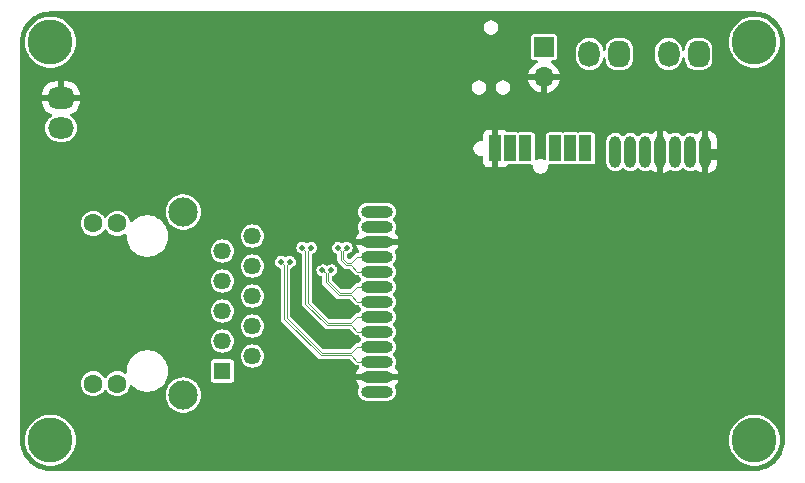
<source format=gbr>
%TF.GenerationSoftware,KiCad,Pcbnew,8.0.4*%
%TF.CreationDate,2025-04-28T15:50:51-04:00*%
%TF.ProjectId,BB-SPEM-A-1 Breakout,42422d53-5045-44d2-9d41-2d3120427265,rev?*%
%TF.SameCoordinates,Original*%
%TF.FileFunction,Copper,L4,Bot*%
%TF.FilePolarity,Positive*%
%FSLAX46Y46*%
G04 Gerber Fmt 4.6, Leading zero omitted, Abs format (unit mm)*
G04 Created by KiCad (PCBNEW 8.0.4) date 2025-04-28 15:50:51*
%MOMM*%
%LPD*%
G01*
G04 APERTURE LIST*
G04 Aperture macros list*
%AMRoundRect*
0 Rectangle with rounded corners*
0 $1 Rounding radius*
0 $2 $3 $4 $5 $6 $7 $8 $9 X,Y pos of 4 corners*
0 Add a 4 corners polygon primitive as box body*
4,1,4,$2,$3,$4,$5,$6,$7,$8,$9,$2,$3,0*
0 Add four circle primitives for the rounded corners*
1,1,$1+$1,$2,$3*
1,1,$1+$1,$4,$5*
1,1,$1+$1,$6,$7*
1,1,$1+$1,$8,$9*
0 Add four rect primitives between the rounded corners*
20,1,$1+$1,$2,$3,$4,$5,0*
20,1,$1+$1,$4,$5,$6,$7,0*
20,1,$1+$1,$6,$7,$8,$9,0*
20,1,$1+$1,$8,$9,$2,$3,0*%
G04 Aperture macros list end*
%TA.AperFunction,ComponentPad*%
%ADD10O,2.700000X1.000000*%
%TD*%
%TA.AperFunction,ComponentPad*%
%ADD11O,1.700000X1.000000*%
%TD*%
%TA.AperFunction,ComponentPad*%
%ADD12R,1.100000X2.200000*%
%TD*%
%TA.AperFunction,ComponentPad*%
%ADD13O,1.000000X2.700000*%
%TD*%
%TA.AperFunction,ComponentPad*%
%ADD14O,1.000000X1.700000*%
%TD*%
%TA.AperFunction,ComponentPad*%
%ADD15RoundRect,0.630000X-0.470000X0.270000X-0.470000X-0.270000X0.470000X-0.270000X0.470000X0.270000X0*%
%TD*%
%TA.AperFunction,ComponentPad*%
%ADD16O,2.200000X1.800000*%
%TD*%
%TA.AperFunction,ComponentPad*%
%ADD17RoundRect,0.630000X0.270000X0.470000X-0.270000X0.470000X-0.270000X-0.470000X0.270000X-0.470000X0*%
%TD*%
%TA.AperFunction,ComponentPad*%
%ADD18O,1.800000X2.200000*%
%TD*%
%TA.AperFunction,ComponentPad*%
%ADD19C,3.800000*%
%TD*%
%TA.AperFunction,ComponentPad*%
%ADD20R,1.458000X1.458000*%
%TD*%
%TA.AperFunction,ComponentPad*%
%ADD21C,1.458000*%
%TD*%
%TA.AperFunction,ComponentPad*%
%ADD22C,1.605000*%
%TD*%
%TA.AperFunction,ComponentPad*%
%ADD23C,2.475000*%
%TD*%
%TA.AperFunction,ComponentPad*%
%ADD24R,1.700000X1.700000*%
%TD*%
%TA.AperFunction,ComponentPad*%
%ADD25O,1.700000X1.700000*%
%TD*%
%TA.AperFunction,ViaPad*%
%ADD26C,0.500000*%
%TD*%
%TA.AperFunction,Conductor*%
%ADD27C,0.101600*%
%TD*%
G04 APERTURE END LIST*
D10*
%TO.P,J1,1,3V3_IN*%
%TO.N,/3V3*%
X145450000Y-87060000D03*
D11*
X145850000Y-87060000D03*
D10*
%TO.P,J1,2,BASE-T_LED*%
%TO.N,Net-(D1-K)*%
X145450000Y-88330000D03*
D11*
X145850000Y-88330000D03*
D10*
%TO.P,J1,3,GND*%
%TO.N,GND*%
X145450000Y-89600000D03*
D11*
X145850000Y-89600000D03*
D10*
%TO.P,J1,4,ETH_A_P*%
%TO.N,/A+*%
X145450000Y-90870000D03*
D11*
X145850000Y-90870000D03*
D10*
%TO.P,J1,5,ETH_A_N*%
%TO.N,/A-*%
X145450000Y-92140000D03*
D11*
X145850000Y-92140000D03*
D10*
%TO.P,J1,6,ETH_B_P*%
%TO.N,/B+*%
X145450000Y-93410000D03*
D11*
X145850000Y-93410000D03*
D10*
%TO.P,J1,7,ETH_B_N*%
%TO.N,/B-*%
X145450000Y-94680000D03*
D11*
X145850000Y-94680000D03*
D10*
%TO.P,J1,8,ETH_C_P*%
%TO.N,/C+*%
X145450000Y-95950000D03*
D11*
X145850000Y-95950000D03*
D10*
%TO.P,J1,9,ETH_C_N*%
%TO.N,/C-*%
X145450000Y-97220000D03*
D11*
X145850000Y-97220000D03*
D10*
%TO.P,J1,10,ETH_D_P*%
%TO.N,/D+*%
X145450000Y-98490000D03*
D11*
X145850000Y-98490000D03*
D10*
%TO.P,J1,11,ETH_D_N*%
%TO.N,/D-*%
X145450000Y-99760000D03*
D11*
X145850000Y-99760000D03*
D10*
%TO.P,J1,12,GND*%
%TO.N,GND*%
X145450000Y-101030000D03*
D11*
X145850000Y-101030000D03*
D10*
%TO.P,J1,13,BASE-T1_LED*%
%TO.N,Net-(J1-BASE-T1_LED)*%
X145450000Y-102300000D03*
D11*
X145850000Y-102300000D03*
D12*
%TO.P,J1,14,GND*%
%TO.N,GND*%
X155470000Y-81700000D03*
%TO.P,J1,15,NC*%
%TO.N,unconnected-(J1-NC-Pad15)*%
X156740000Y-81700000D03*
%TO.P,J1,16,MCU_RST*%
%TO.N,/MCU_RST*%
X158010000Y-81700000D03*
%TO.P,J1,17,SWCLK*%
%TO.N,/SWCLK*%
X160550000Y-81700000D03*
%TO.P,J1,18,3V3*%
%TO.N,/3V3*%
X161820000Y-81700000D03*
%TO.P,J1,19,SWDIO*%
%TO.N,/SWDIO*%
X163090000Y-81700000D03*
D13*
%TO.P,J1,20,UART_RX*%
%TO.N,Net-(J1-UART_RX)*%
X165630000Y-82000000D03*
D14*
X165630000Y-82400000D03*
D13*
%TO.P,J1,21,UART_TX*%
%TO.N,Net-(J1-UART_TX)*%
X166900000Y-82000000D03*
D14*
X166900000Y-82400000D03*
D13*
%TO.P,J1,22,SLAVE_STRAP*%
%TO.N,Net-(J1-SLAVE_STRAP)*%
X168170000Y-82000000D03*
D14*
X168170000Y-82400000D03*
D13*
%TO.P,J1,23,GND*%
%TO.N,GND*%
X169440000Y-82000000D03*
D14*
X169440000Y-82400000D03*
D13*
%TO.P,J1,24,SPE_TRX_P*%
%TO.N,/SPE_TRX+*%
X170710000Y-82000000D03*
D14*
X170710000Y-82400000D03*
D13*
%TO.P,J1,25,SPE_TRX_N*%
%TO.N,/SPE_TRX-*%
X171980000Y-82000000D03*
D14*
X171980000Y-82400000D03*
D13*
%TO.P,J1,26,GND*%
%TO.N,GND*%
X173250000Y-82000000D03*
D14*
X173250000Y-82400000D03*
%TD*%
D15*
%TO.P,J2,1,Pin_1*%
%TO.N,GND*%
X118700000Y-77430000D03*
D16*
%TO.P,J2,2,Pin_2*%
%TO.N,/3V3*%
X118700000Y-79970000D03*
%TD*%
D17*
%TO.P,J3,1,Pin_1*%
%TO.N,/SPE_TRX-*%
X172670000Y-73700000D03*
D18*
%TO.P,J3,2,Pin_2*%
%TO.N,/SPE_TRX+*%
X170130000Y-73700000D03*
%TD*%
D19*
%TO.P,H4,1,1*%
%TO.N,unconnected-(H4-Pad1)*%
X177400000Y-72700000D03*
%TD*%
D17*
%TO.P,J4,1,Pin_1*%
%TO.N,Net-(J1-UART_TX)*%
X165970000Y-73700000D03*
D18*
%TO.P,J4,2,Pin_2*%
%TO.N,Net-(J1-UART_RX)*%
X163430000Y-73700000D03*
%TD*%
D20*
%TO.P,J6,P1,TD1+*%
%TO.N,/A+*%
X132350000Y-100545000D03*
D21*
%TO.P,J6,P2,TD1-*%
%TO.N,/A-*%
X134890000Y-99275000D03*
%TO.P,J6,P3,TD2+*%
%TO.N,/B+*%
X132350000Y-98005000D03*
%TO.P,J6,P4,TD2-*%
%TO.N,/B-*%
X134890000Y-96735000D03*
%TO.P,J6,P5,CT_1*%
%TO.N,Net-(J6-CT_1)*%
X132350000Y-95465000D03*
%TO.P,J6,P6,CT_2*%
%TO.N,Net-(J6-CT_2)*%
X134890000Y-94195000D03*
%TO.P,J6,P7,TD3+*%
%TO.N,/C+*%
X132350000Y-92925000D03*
%TO.P,J6,P8,TD3-*%
%TO.N,/C-*%
X134890000Y-91655000D03*
%TO.P,J6,P9,TD4+*%
%TO.N,/D+*%
X132350000Y-90385000D03*
%TO.P,J6,P10,TD4-*%
%TO.N,/D-*%
X134890000Y-89115000D03*
D22*
%TO.P,J6,P11*%
%TO.N,unconnected-(J6-PadP11)*%
X123460000Y-88045000D03*
%TO.P,J6,P12*%
%TO.N,unconnected-(J6-PadP12)*%
X121430000Y-88045000D03*
%TO.P,J6,P13*%
%TO.N,unconnected-(J6-PadP13)*%
X123460000Y-101615000D03*
%TO.P,J6,P14*%
%TO.N,unconnected-(J6-PadP14)*%
X121430000Y-101615000D03*
D23*
%TO.P,J6,S1,SHIELD*%
%TO.N,Earth*%
X129050000Y-102580000D03*
%TO.P,J6,S2,SHIELD*%
X129050000Y-87080000D03*
%TD*%
D24*
%TO.P,J5,1,Pin_1*%
%TO.N,Net-(J1-SLAVE_STRAP)*%
X159600000Y-73125000D03*
D25*
%TO.P,J5,2,Pin_2*%
%TO.N,GND*%
X159600000Y-75665000D03*
%TD*%
D19*
%TO.P,H2,1,1*%
%TO.N,unconnected-(H2-Pad1)*%
X117800000Y-106400000D03*
%TD*%
%TO.P,H3,1,1*%
%TO.N,unconnected-(H3-Pad1)*%
X177400000Y-106400000D03*
%TD*%
%TO.P,H1,1,1*%
%TO.N,unconnected-(H1-Pad1)*%
X117800000Y-72700000D03*
%TD*%
D26*
%TO.N,GND*%
X143300000Y-89500000D03*
X141600000Y-89700000D03*
X136700000Y-90500000D03*
X140600000Y-91400000D03*
X141500000Y-91300000D03*
X140500000Y-89800000D03*
X138700000Y-91000000D03*
X157500000Y-78500000D03*
X138900000Y-89400000D03*
%TO.N,/D+*%
X138075000Y-91300000D03*
%TO.N,/D-*%
X137325000Y-91300000D03*
%TO.N,/C-*%
X139125000Y-90100000D03*
%TO.N,/C+*%
X139875000Y-90100000D03*
%TO.N,/A+*%
X142875000Y-90100000D03*
%TO.N,/B-*%
X140825000Y-92000000D03*
%TO.N,/A-*%
X142125000Y-90100000D03*
%TO.N,/B+*%
X141575000Y-92000000D03*
%TD*%
D27*
%TO.N,/D+*%
X137807950Y-96055284D02*
X137807950Y-91567050D01*
X143780000Y-98480000D02*
X143252950Y-99007050D01*
X140759716Y-99007050D02*
X137807950Y-96055284D01*
X145130000Y-98480000D02*
X143780000Y-98480000D01*
X143252950Y-99007050D02*
X140759716Y-99007050D01*
X137807950Y-91567050D02*
X138075000Y-91300000D01*
%TO.N,/D-*%
X137592050Y-96144716D02*
X137592050Y-91567050D01*
X143252950Y-99222950D02*
X140670284Y-99222950D01*
X143780000Y-99750000D02*
X143252950Y-99222950D01*
X145130000Y-99750000D02*
X143780000Y-99750000D01*
X140670284Y-99222950D02*
X137592050Y-96144716D01*
X137592050Y-91567050D02*
X137325000Y-91300000D01*
%TO.N,/C-*%
X139392050Y-90367050D02*
X139125000Y-90100000D01*
X145130000Y-97210000D02*
X143780000Y-97210000D01*
X143252950Y-96682950D02*
X141230284Y-96682950D01*
X139392050Y-94844716D02*
X139392050Y-90367050D01*
X141230284Y-96682950D02*
X139392050Y-94844716D01*
X143780000Y-97210000D02*
X143252950Y-96682950D01*
%TO.N,/C+*%
X139607950Y-94755284D02*
X139607950Y-90367050D01*
X139607950Y-90367050D02*
X139875000Y-90100000D01*
X145130000Y-95940000D02*
X143780000Y-95940000D01*
X141319716Y-96467050D02*
X139607950Y-94755284D01*
X143252950Y-96467050D02*
X141319716Y-96467050D01*
X143780000Y-95940000D02*
X143252950Y-96467050D01*
%TO.N,/A+*%
X142607950Y-90367050D02*
X142875000Y-90100000D01*
X142607950Y-91055284D02*
X142607950Y-90367050D01*
X142939716Y-91387050D02*
X143252950Y-91387050D01*
X142939716Y-91387050D02*
X142607950Y-91055284D01*
X143252950Y-91387050D02*
X143780000Y-90860000D01*
X143780000Y-90860000D02*
X145130000Y-90860000D01*
%TO.N,/B-*%
X143780000Y-94670000D02*
X145130000Y-94670000D01*
X143252950Y-94142950D02*
X143780000Y-94670000D01*
X141092050Y-93044716D02*
X142190284Y-94142950D01*
X141092050Y-92267050D02*
X141092050Y-93044716D01*
X142190284Y-94142950D02*
X143252950Y-94142950D01*
X140825000Y-92000000D02*
X141092050Y-92267050D01*
%TO.N,/A-*%
X142850284Y-91602950D02*
X142392050Y-91144716D01*
X142392050Y-91144716D02*
X142392050Y-90367050D01*
X143780000Y-92130000D02*
X145130000Y-92130000D01*
X142850284Y-91602950D02*
X143252950Y-91602950D01*
X143252950Y-91602950D02*
X143780000Y-92130000D01*
X142392050Y-90367050D02*
X142125000Y-90100000D01*
%TO.N,/B+*%
X142279716Y-93927050D02*
X143252950Y-93927050D01*
X143252950Y-93927050D02*
X143780000Y-93400000D01*
X143780000Y-93400000D02*
X145130000Y-93400000D01*
X141575000Y-92000000D02*
X141307950Y-92267050D01*
X141307950Y-92267050D02*
X141307950Y-92955284D01*
X141307950Y-92955284D02*
X142279716Y-93927050D01*
%TD*%
%TA.AperFunction,Conductor*%
%TO.N,GND*%
G36*
X145869930Y-100815095D02*
G01*
X145823852Y-100894905D01*
X145800000Y-100983922D01*
X145800000Y-101076078D01*
X145823852Y-101165095D01*
X145869930Y-101244905D01*
X145905025Y-101280000D01*
X145394975Y-101280000D01*
X145430070Y-101244905D01*
X145476148Y-101165095D01*
X145500000Y-101076078D01*
X145500000Y-100983922D01*
X145476148Y-100894905D01*
X145430070Y-100815095D01*
X145394975Y-100780000D01*
X145905025Y-100780000D01*
X145869930Y-100815095D01*
G37*
%TD.AperFunction*%
%TA.AperFunction,Conductor*%
G36*
X145869930Y-89385095D02*
G01*
X145823852Y-89464905D01*
X145800000Y-89553922D01*
X145800000Y-89646078D01*
X145823852Y-89735095D01*
X145869930Y-89814905D01*
X145905025Y-89850000D01*
X145394975Y-89850000D01*
X145430070Y-89814905D01*
X145476148Y-89735095D01*
X145500000Y-89646078D01*
X145500000Y-89553922D01*
X145476148Y-89464905D01*
X145430070Y-89385095D01*
X145394975Y-89350000D01*
X145905025Y-89350000D01*
X145869930Y-89385095D01*
G37*
%TD.AperFunction*%
%TA.AperFunction,Conductor*%
G36*
X169690000Y-82455025D02*
G01*
X169654905Y-82419930D01*
X169575095Y-82373852D01*
X169486078Y-82350000D01*
X169393922Y-82350000D01*
X169304905Y-82373852D01*
X169225095Y-82419930D01*
X169190000Y-82455025D01*
X169190000Y-81944975D01*
X169225095Y-81980070D01*
X169304905Y-82026148D01*
X169393922Y-82050000D01*
X169486078Y-82050000D01*
X169575095Y-82026148D01*
X169654905Y-81980070D01*
X169690000Y-81944975D01*
X169690000Y-82455025D01*
G37*
%TD.AperFunction*%
%TA.AperFunction,Conductor*%
G36*
X177403471Y-70100695D02*
G01*
X177441470Y-70102828D01*
X177684106Y-70116454D01*
X177697909Y-70118010D01*
X177971584Y-70164509D01*
X177985123Y-70167599D01*
X178251874Y-70244449D01*
X178264993Y-70249040D01*
X178521445Y-70355265D01*
X178533967Y-70361294D01*
X178626475Y-70412422D01*
X178776921Y-70495571D01*
X178788695Y-70502969D01*
X179015079Y-70663597D01*
X179015081Y-70663598D01*
X179025952Y-70672267D01*
X179203523Y-70830955D01*
X179232931Y-70857235D01*
X179242764Y-70867068D01*
X179427731Y-71074046D01*
X179436401Y-71084918D01*
X179597030Y-71311304D01*
X179604428Y-71323078D01*
X179738701Y-71566025D01*
X179744734Y-71578554D01*
X179850959Y-71835006D01*
X179855552Y-71848130D01*
X179932397Y-72114865D01*
X179935491Y-72128422D01*
X179981988Y-72402082D01*
X179983545Y-72415900D01*
X179999305Y-72696526D01*
X179999500Y-72703479D01*
X179999500Y-106396520D01*
X179999305Y-106403473D01*
X179983545Y-106684100D01*
X179981988Y-106697918D01*
X179935491Y-106971575D01*
X179932397Y-106985132D01*
X179855550Y-107251872D01*
X179850957Y-107264996D01*
X179744733Y-107521445D01*
X179738700Y-107533974D01*
X179604427Y-107776922D01*
X179597029Y-107788696D01*
X179436401Y-108015081D01*
X179427731Y-108025953D01*
X179242764Y-108232931D01*
X179232931Y-108242764D01*
X179025947Y-108427736D01*
X179015081Y-108436400D01*
X178905202Y-108514365D01*
X178788701Y-108597027D01*
X178776927Y-108604425D01*
X178533974Y-108738701D01*
X178521445Y-108744734D01*
X178264993Y-108850959D01*
X178251869Y-108855552D01*
X177985134Y-108932397D01*
X177971577Y-108935491D01*
X177697917Y-108981988D01*
X177684099Y-108983545D01*
X177403472Y-108999305D01*
X177396519Y-108999500D01*
X117803481Y-108999500D01*
X117796528Y-108999305D01*
X117515900Y-108983545D01*
X117502082Y-108981988D01*
X117228422Y-108935491D01*
X117214865Y-108932397D01*
X116948130Y-108855552D01*
X116935006Y-108850959D01*
X116678554Y-108744734D01*
X116666025Y-108738701D01*
X116423078Y-108604428D01*
X116411304Y-108597030D01*
X116184918Y-108436401D01*
X116174046Y-108427731D01*
X116050606Y-108317418D01*
X115967066Y-108242762D01*
X115957235Y-108232931D01*
X115772268Y-108025953D01*
X115763598Y-108015081D01*
X115602969Y-107788695D01*
X115595571Y-107776921D01*
X115461298Y-107533974D01*
X115455265Y-107521445D01*
X115349040Y-107264993D01*
X115344447Y-107251869D01*
X115322734Y-107176500D01*
X115267599Y-106985123D01*
X115264508Y-106971577D01*
X115264508Y-106971575D01*
X115218010Y-106697909D01*
X115216454Y-106684106D01*
X115200695Y-106403471D01*
X115200598Y-106400000D01*
X115640466Y-106400000D01*
X115660579Y-106694051D01*
X115660579Y-106694055D01*
X115660580Y-106694057D01*
X115682922Y-106801575D01*
X115720547Y-106982637D01*
X115720548Y-106982640D01*
X115819249Y-107260357D01*
X115819248Y-107260357D01*
X115929636Y-107473394D01*
X115954852Y-107522059D01*
X116120543Y-107756790D01*
X116124829Y-107762861D01*
X116326006Y-107978268D01*
X116554632Y-108164269D01*
X116554635Y-108164271D01*
X116554639Y-108164274D01*
X116667541Y-108232931D01*
X116806475Y-108317419D01*
X117025890Y-108412723D01*
X117076816Y-108434844D01*
X117360630Y-108514365D01*
X117617342Y-108549649D01*
X117652627Y-108554500D01*
X117652628Y-108554500D01*
X117947373Y-108554500D01*
X117978853Y-108550172D01*
X118239370Y-108514365D01*
X118523184Y-108434844D01*
X118793526Y-108317418D01*
X119045361Y-108164274D01*
X119273997Y-107978265D01*
X119475175Y-107762856D01*
X119645148Y-107522059D01*
X119780749Y-107260361D01*
X119879453Y-106982635D01*
X119939420Y-106694057D01*
X119959534Y-106400000D01*
X175240466Y-106400000D01*
X175260579Y-106694051D01*
X175260579Y-106694055D01*
X175260580Y-106694057D01*
X175282922Y-106801575D01*
X175320547Y-106982637D01*
X175320548Y-106982640D01*
X175419249Y-107260357D01*
X175419248Y-107260357D01*
X175529636Y-107473394D01*
X175554852Y-107522059D01*
X175720543Y-107756790D01*
X175724829Y-107762861D01*
X175926006Y-107978268D01*
X176154632Y-108164269D01*
X176154635Y-108164271D01*
X176154639Y-108164274D01*
X176267541Y-108232931D01*
X176406475Y-108317419D01*
X176625890Y-108412723D01*
X176676816Y-108434844D01*
X176960630Y-108514365D01*
X177217342Y-108549649D01*
X177252627Y-108554500D01*
X177252628Y-108554500D01*
X177547373Y-108554500D01*
X177578853Y-108550172D01*
X177839370Y-108514365D01*
X178123184Y-108434844D01*
X178393526Y-108317418D01*
X178645361Y-108164274D01*
X178873997Y-107978265D01*
X179075175Y-107762856D01*
X179245148Y-107522059D01*
X179380749Y-107260361D01*
X179479453Y-106982635D01*
X179539420Y-106694057D01*
X179559534Y-106400000D01*
X179539420Y-106105943D01*
X179479453Y-105817365D01*
X179380750Y-105539642D01*
X179380751Y-105539642D01*
X179245147Y-105277940D01*
X179075175Y-105037144D01*
X179075171Y-105037140D01*
X179075170Y-105037138D01*
X178873993Y-104821731D01*
X178645367Y-104635730D01*
X178645356Y-104635723D01*
X178393524Y-104482580D01*
X178123185Y-104365156D01*
X177839375Y-104285636D01*
X177839371Y-104285635D01*
X177839370Y-104285635D01*
X177693371Y-104265567D01*
X177547373Y-104245500D01*
X177547372Y-104245500D01*
X177252628Y-104245500D01*
X177252627Y-104245500D01*
X176960630Y-104285635D01*
X176960624Y-104285636D01*
X176676814Y-104365156D01*
X176406475Y-104482580D01*
X176154643Y-104635723D01*
X176154632Y-104635730D01*
X175926006Y-104821731D01*
X175724829Y-105037138D01*
X175554852Y-105277940D01*
X175419249Y-105539642D01*
X175320548Y-105817359D01*
X175320547Y-105817362D01*
X175260579Y-106105948D01*
X175240466Y-106400000D01*
X119959534Y-106400000D01*
X119939420Y-106105943D01*
X119879453Y-105817365D01*
X119780750Y-105539642D01*
X119780751Y-105539642D01*
X119645147Y-105277940D01*
X119475175Y-105037144D01*
X119475171Y-105037140D01*
X119475170Y-105037138D01*
X119273993Y-104821731D01*
X119045367Y-104635730D01*
X119045356Y-104635723D01*
X118793524Y-104482580D01*
X118523185Y-104365156D01*
X118239375Y-104285636D01*
X118239371Y-104285635D01*
X118239370Y-104285635D01*
X118093371Y-104265567D01*
X117947373Y-104245500D01*
X117947372Y-104245500D01*
X117652628Y-104245500D01*
X117652627Y-104245500D01*
X117360630Y-104285635D01*
X117360624Y-104285636D01*
X117076814Y-104365156D01*
X116806475Y-104482580D01*
X116554643Y-104635723D01*
X116554632Y-104635730D01*
X116326006Y-104821731D01*
X116124829Y-105037138D01*
X115954852Y-105277940D01*
X115819249Y-105539642D01*
X115720548Y-105817359D01*
X115720547Y-105817362D01*
X115660579Y-106105948D01*
X115640466Y-106400000D01*
X115200598Y-106400000D01*
X115200500Y-106396519D01*
X115200500Y-101615000D01*
X120367886Y-101615000D01*
X120388293Y-101822208D01*
X120388294Y-101822210D01*
X120448733Y-102021448D01*
X120448735Y-102021453D01*
X120546884Y-102205079D01*
X120546886Y-102205082D01*
X120678971Y-102366028D01*
X120839917Y-102498113D01*
X120839921Y-102498116D01*
X121023547Y-102596265D01*
X121222789Y-102656705D01*
X121222791Y-102656706D01*
X121241369Y-102658535D01*
X121430000Y-102677114D01*
X121637208Y-102656706D01*
X121836453Y-102596265D01*
X122020079Y-102498116D01*
X122181028Y-102366028D01*
X122313116Y-102205079D01*
X122335642Y-102162934D01*
X122384603Y-102113091D01*
X122452740Y-102097630D01*
X122518420Y-102121461D01*
X122554357Y-102162934D01*
X122574694Y-102200983D01*
X122576885Y-102205081D01*
X122708971Y-102366028D01*
X122869917Y-102498113D01*
X122869921Y-102498116D01*
X123053547Y-102596265D01*
X123252789Y-102656705D01*
X123252791Y-102656706D01*
X123271369Y-102658535D01*
X123460000Y-102677114D01*
X123667208Y-102656706D01*
X123866453Y-102596265D01*
X123896894Y-102579994D01*
X127552887Y-102579994D01*
X127552887Y-102580005D01*
X127573305Y-102826413D01*
X127634004Y-103066110D01*
X127733327Y-103292546D01*
X127868564Y-103499543D01*
X128036035Y-103681464D01*
X128036039Y-103681467D01*
X128231148Y-103833327D01*
X128231155Y-103833331D01*
X128231157Y-103833333D01*
X128448617Y-103951016D01*
X128682480Y-104031302D01*
X128926369Y-104072000D01*
X128926370Y-104072000D01*
X129173630Y-104072000D01*
X129173631Y-104072000D01*
X129417520Y-104031302D01*
X129651383Y-103951016D01*
X129868843Y-103833333D01*
X130063967Y-103681462D01*
X130231433Y-103499546D01*
X130366672Y-103292547D01*
X130465995Y-103066112D01*
X130526694Y-102826417D01*
X130540757Y-102656705D01*
X130547113Y-102580005D01*
X130547113Y-102579994D01*
X130530069Y-102374312D01*
X130526694Y-102333583D01*
X130465995Y-102093888D01*
X130366672Y-101867453D01*
X130329198Y-101810095D01*
X130231435Y-101660456D01*
X130096366Y-101513733D01*
X130063967Y-101478538D01*
X130063966Y-101478537D01*
X130063964Y-101478535D01*
X130063960Y-101478532D01*
X129868851Y-101326672D01*
X129868840Y-101326665D01*
X129651389Y-101208987D01*
X129651386Y-101208986D01*
X129651383Y-101208984D01*
X129651377Y-101208982D01*
X129651375Y-101208981D01*
X129417522Y-101128698D01*
X129254927Y-101101566D01*
X129173631Y-101088000D01*
X128926369Y-101088000D01*
X128865396Y-101098174D01*
X128682477Y-101128698D01*
X128448624Y-101208981D01*
X128448610Y-101208987D01*
X128231159Y-101326665D01*
X128231148Y-101326672D01*
X128036039Y-101478532D01*
X128036035Y-101478535D01*
X127868564Y-101660456D01*
X127733327Y-101867453D01*
X127634004Y-102093889D01*
X127573305Y-102333586D01*
X127552887Y-102579994D01*
X123896894Y-102579994D01*
X124050079Y-102498116D01*
X124211028Y-102366028D01*
X124343116Y-102205079D01*
X124441265Y-102021453D01*
X124501706Y-101822208D01*
X124502899Y-101810094D01*
X124529057Y-101745307D01*
X124586091Y-101704946D01*
X124655891Y-101701827D01*
X124713983Y-101734564D01*
X124843330Y-101863911D01*
X124843338Y-101863918D01*
X125025382Y-102003607D01*
X125025385Y-102003608D01*
X125025388Y-102003611D01*
X125224112Y-102118344D01*
X125224117Y-102118346D01*
X125224123Y-102118349D01*
X125315480Y-102156190D01*
X125436113Y-102206158D01*
X125657762Y-102265548D01*
X125885266Y-102295500D01*
X125885273Y-102295500D01*
X126114727Y-102295500D01*
X126114734Y-102295500D01*
X126342238Y-102265548D01*
X126563887Y-102206158D01*
X126775888Y-102118344D01*
X126974612Y-102003611D01*
X127156661Y-101863919D01*
X127156665Y-101863914D01*
X127156670Y-101863911D01*
X127318911Y-101701670D01*
X127318914Y-101701665D01*
X127318919Y-101701661D01*
X127458611Y-101519612D01*
X127573344Y-101320888D01*
X127661158Y-101108887D01*
X127720548Y-100887238D01*
X127750500Y-100659734D01*
X127750500Y-100430266D01*
X127750284Y-100428629D01*
X127745532Y-100392533D01*
X127720548Y-100202762D01*
X127661158Y-99981113D01*
X127611190Y-99860480D01*
X127582381Y-99790928D01*
X131366500Y-99790928D01*
X131366500Y-101299063D01*
X131381266Y-101373301D01*
X131437515Y-101457484D01*
X131469016Y-101478532D01*
X131521699Y-101513734D01*
X131521702Y-101513734D01*
X131521703Y-101513735D01*
X131546666Y-101518700D01*
X131595933Y-101528500D01*
X133104066Y-101528499D01*
X133178301Y-101513734D01*
X133262484Y-101457484D01*
X133318734Y-101373301D01*
X133333500Y-101299067D01*
X133333499Y-99790934D01*
X133318734Y-99716699D01*
X133276299Y-99653191D01*
X133262484Y-99632515D01*
X133212019Y-99598796D01*
X133178301Y-99576266D01*
X133178299Y-99576265D01*
X133178296Y-99576264D01*
X133104069Y-99561500D01*
X131595936Y-99561500D01*
X131521698Y-99576266D01*
X131437515Y-99632515D01*
X131381266Y-99716699D01*
X131381264Y-99716703D01*
X131366500Y-99790928D01*
X127582381Y-99790928D01*
X127573349Y-99769123D01*
X127573346Y-99769117D01*
X127573344Y-99769112D01*
X127458611Y-99570388D01*
X127458608Y-99570385D01*
X127458607Y-99570382D01*
X127357764Y-99438962D01*
X127318919Y-99388339D01*
X127318918Y-99388338D01*
X127318911Y-99388330D01*
X127205581Y-99275000D01*
X133901741Y-99275000D01*
X133920729Y-99467800D01*
X133920730Y-99467802D01*
X133976968Y-99653191D01*
X134068288Y-99824040D01*
X134068291Y-99824044D01*
X134068293Y-99824047D01*
X134123690Y-99891550D01*
X134191194Y-99973805D01*
X134216167Y-99994299D01*
X134340953Y-100096707D01*
X134340956Y-100096708D01*
X134340959Y-100096711D01*
X134456477Y-100158456D01*
X134511810Y-100188032D01*
X134697197Y-100244269D01*
X134697199Y-100244270D01*
X134714485Y-100245972D01*
X134890000Y-100263259D01*
X135082800Y-100244270D01*
X135268190Y-100188032D01*
X135439047Y-100096707D01*
X135588805Y-99973805D01*
X135711707Y-99824047D01*
X135729410Y-99790928D01*
X135744310Y-99763050D01*
X135803032Y-99653190D01*
X135859270Y-99467800D01*
X135878259Y-99275000D01*
X135859270Y-99082200D01*
X135803032Y-98896810D01*
X135803031Y-98896808D01*
X135711711Y-98725959D01*
X135711708Y-98725956D01*
X135711707Y-98725953D01*
X135644202Y-98643698D01*
X135588805Y-98576194D01*
X135506550Y-98508690D01*
X135439047Y-98453293D01*
X135439044Y-98453291D01*
X135439040Y-98453288D01*
X135268191Y-98361968D01*
X135082802Y-98305730D01*
X135082800Y-98305729D01*
X134890000Y-98286741D01*
X134697199Y-98305729D01*
X134697197Y-98305730D01*
X134511808Y-98361968D01*
X134340959Y-98453288D01*
X134340953Y-98453293D01*
X134191194Y-98576194D01*
X134068293Y-98725953D01*
X134068288Y-98725959D01*
X133976968Y-98896808D01*
X133920730Y-99082197D01*
X133920729Y-99082199D01*
X133901741Y-99275000D01*
X127205581Y-99275000D01*
X127156670Y-99226089D01*
X127156661Y-99226081D01*
X126974617Y-99086392D01*
X126775890Y-98971657D01*
X126775876Y-98971650D01*
X126563887Y-98883842D01*
X126506965Y-98868590D01*
X126342238Y-98824452D01*
X126304215Y-98819446D01*
X126114741Y-98794500D01*
X126114734Y-98794500D01*
X125885266Y-98794500D01*
X125885258Y-98794500D01*
X125668715Y-98823009D01*
X125657762Y-98824452D01*
X125572155Y-98847390D01*
X125436112Y-98883842D01*
X125224123Y-98971650D01*
X125224109Y-98971657D01*
X125025382Y-99086392D01*
X124843338Y-99226081D01*
X124681081Y-99388338D01*
X124541392Y-99570382D01*
X124426657Y-99769109D01*
X124426650Y-99769123D01*
X124338842Y-99981112D01*
X124279453Y-100202759D01*
X124279451Y-100202770D01*
X124249500Y-100430258D01*
X124249500Y-100633368D01*
X124229815Y-100700407D01*
X124177011Y-100746162D01*
X124107853Y-100756106D01*
X124056376Y-100733429D01*
X124055147Y-100735270D01*
X124050085Y-100731887D01*
X123991189Y-100700407D01*
X123866453Y-100633735D01*
X123866450Y-100633734D01*
X123866448Y-100633733D01*
X123667210Y-100573294D01*
X123667208Y-100573293D01*
X123460000Y-100552886D01*
X123252791Y-100573293D01*
X123252789Y-100573294D01*
X123053551Y-100633733D01*
X122869917Y-100731886D01*
X122708971Y-100863971D01*
X122576886Y-101024917D01*
X122576884Y-101024921D01*
X122554357Y-101067065D01*
X122505396Y-101116908D01*
X122437259Y-101132369D01*
X122371579Y-101108538D01*
X122335642Y-101067065D01*
X122313116Y-101024921D01*
X122273365Y-100976484D01*
X122181028Y-100863971D01*
X122020082Y-100731886D01*
X122020080Y-100731885D01*
X122020079Y-100731884D01*
X121836453Y-100633735D01*
X121836450Y-100633734D01*
X121836448Y-100633733D01*
X121637210Y-100573294D01*
X121637208Y-100573293D01*
X121430000Y-100552886D01*
X121222791Y-100573293D01*
X121222789Y-100573294D01*
X121023551Y-100633733D01*
X120839917Y-100731886D01*
X120678971Y-100863971D01*
X120546886Y-101024917D01*
X120448733Y-101208551D01*
X120388294Y-101407789D01*
X120388293Y-101407791D01*
X120367886Y-101615000D01*
X115200500Y-101615000D01*
X115200500Y-98005000D01*
X131361741Y-98005000D01*
X131380729Y-98197800D01*
X131380730Y-98197802D01*
X131436968Y-98383191D01*
X131528288Y-98554040D01*
X131528291Y-98554044D01*
X131528293Y-98554047D01*
X131583690Y-98621550D01*
X131651194Y-98703805D01*
X131718698Y-98759202D01*
X131800953Y-98826707D01*
X131800956Y-98826708D01*
X131800959Y-98826711D01*
X131966972Y-98915446D01*
X131971810Y-98918032D01*
X132157197Y-98974269D01*
X132157199Y-98974270D01*
X132174485Y-98975972D01*
X132350000Y-98993259D01*
X132542800Y-98974270D01*
X132728190Y-98918032D01*
X132899047Y-98826707D01*
X133048805Y-98703805D01*
X133171707Y-98554047D01*
X133263032Y-98383190D01*
X133319270Y-98197800D01*
X133338259Y-98005000D01*
X133319270Y-97812200D01*
X133263032Y-97626810D01*
X133236617Y-97577391D01*
X133171711Y-97455959D01*
X133171708Y-97455956D01*
X133171707Y-97455953D01*
X133104202Y-97373698D01*
X133048805Y-97306194D01*
X132966550Y-97238690D01*
X132899047Y-97183293D01*
X132899044Y-97183291D01*
X132899040Y-97183288D01*
X132728191Y-97091968D01*
X132542802Y-97035730D01*
X132542800Y-97035729D01*
X132350000Y-97016741D01*
X132157199Y-97035729D01*
X132157197Y-97035730D01*
X131971808Y-97091968D01*
X131800959Y-97183288D01*
X131800953Y-97183293D01*
X131651194Y-97306194D01*
X131528293Y-97455953D01*
X131528288Y-97455959D01*
X131436968Y-97626808D01*
X131380730Y-97812197D01*
X131380729Y-97812199D01*
X131361741Y-98005000D01*
X115200500Y-98005000D01*
X115200500Y-96735000D01*
X133901741Y-96735000D01*
X133920729Y-96927800D01*
X133920730Y-96927802D01*
X133976968Y-97113191D01*
X134068288Y-97284040D01*
X134068291Y-97284044D01*
X134068293Y-97284047D01*
X134123690Y-97351550D01*
X134191194Y-97433805D01*
X134258698Y-97489202D01*
X134340953Y-97556707D01*
X134340956Y-97556708D01*
X134340959Y-97556711D01*
X134472106Y-97626810D01*
X134511810Y-97648032D01*
X134686325Y-97700971D01*
X134697197Y-97704269D01*
X134697199Y-97704270D01*
X134714485Y-97705972D01*
X134890000Y-97723259D01*
X135082800Y-97704270D01*
X135268190Y-97648032D01*
X135439047Y-97556707D01*
X135588805Y-97433805D01*
X135711707Y-97284047D01*
X135803032Y-97113190D01*
X135859270Y-96927800D01*
X135878259Y-96735000D01*
X135859270Y-96542200D01*
X135803032Y-96356810D01*
X135790612Y-96333574D01*
X135711711Y-96185959D01*
X135711708Y-96185956D01*
X135711707Y-96185953D01*
X135644202Y-96103698D01*
X135588805Y-96036194D01*
X135502227Y-95965143D01*
X135439047Y-95913293D01*
X135439044Y-95913291D01*
X135439040Y-95913288D01*
X135268191Y-95821968D01*
X135082802Y-95765730D01*
X135082800Y-95765729D01*
X134890000Y-95746741D01*
X134697199Y-95765729D01*
X134697197Y-95765730D01*
X134511808Y-95821968D01*
X134340959Y-95913288D01*
X134340953Y-95913293D01*
X134191194Y-96036194D01*
X134068293Y-96185953D01*
X134068288Y-96185959D01*
X133976968Y-96356808D01*
X133920730Y-96542197D01*
X133920729Y-96542199D01*
X133901741Y-96735000D01*
X115200500Y-96735000D01*
X115200500Y-95465000D01*
X131361741Y-95465000D01*
X131380729Y-95657800D01*
X131380730Y-95657802D01*
X131436968Y-95843191D01*
X131528288Y-96014040D01*
X131528291Y-96014044D01*
X131528293Y-96014047D01*
X131583690Y-96081550D01*
X131651194Y-96163805D01*
X131718698Y-96219202D01*
X131800953Y-96286707D01*
X131800956Y-96286708D01*
X131800959Y-96286711D01*
X131966972Y-96375446D01*
X131971810Y-96378032D01*
X132146315Y-96430968D01*
X132157197Y-96434269D01*
X132157199Y-96434270D01*
X132174485Y-96435972D01*
X132350000Y-96453259D01*
X132542800Y-96434270D01*
X132728190Y-96378032D01*
X132899047Y-96286707D01*
X133048805Y-96163805D01*
X133171707Y-96014047D01*
X133263032Y-95843190D01*
X133319270Y-95657800D01*
X133338259Y-95465000D01*
X133319270Y-95272200D01*
X133263032Y-95086810D01*
X133236617Y-95037391D01*
X133171711Y-94915959D01*
X133171708Y-94915956D01*
X133171707Y-94915953D01*
X133104202Y-94833698D01*
X133048805Y-94766194D01*
X132966550Y-94698690D01*
X132899047Y-94643293D01*
X132899044Y-94643291D01*
X132899040Y-94643288D01*
X132728191Y-94551968D01*
X132542802Y-94495730D01*
X132542800Y-94495729D01*
X132350000Y-94476741D01*
X132157199Y-94495729D01*
X132157197Y-94495730D01*
X131971808Y-94551968D01*
X131800959Y-94643288D01*
X131800953Y-94643293D01*
X131651194Y-94766194D01*
X131528293Y-94915953D01*
X131528288Y-94915959D01*
X131436968Y-95086808D01*
X131380730Y-95272197D01*
X131380729Y-95272199D01*
X131361741Y-95465000D01*
X115200500Y-95465000D01*
X115200500Y-94195000D01*
X133901741Y-94195000D01*
X133920729Y-94387800D01*
X133920730Y-94387802D01*
X133976968Y-94573191D01*
X134068288Y-94744040D01*
X134068291Y-94744044D01*
X134068293Y-94744047D01*
X134123690Y-94811550D01*
X134191194Y-94893805D01*
X134258698Y-94949202D01*
X134340953Y-95016707D01*
X134340956Y-95016708D01*
X134340959Y-95016711D01*
X134472106Y-95086810D01*
X134511810Y-95108032D01*
X134686325Y-95160971D01*
X134697197Y-95164269D01*
X134697199Y-95164270D01*
X134714485Y-95165972D01*
X134890000Y-95183259D01*
X135082800Y-95164270D01*
X135268190Y-95108032D01*
X135410105Y-95032177D01*
X135439040Y-95016711D01*
X135439040Y-95016710D01*
X135439047Y-95016707D01*
X135588805Y-94893805D01*
X135711707Y-94744047D01*
X135803032Y-94573190D01*
X135859270Y-94387800D01*
X135878259Y-94195000D01*
X135859270Y-94002200D01*
X135803032Y-93816810D01*
X135776617Y-93767391D01*
X135711711Y-93645959D01*
X135711708Y-93645956D01*
X135711707Y-93645953D01*
X135644202Y-93563698D01*
X135588805Y-93496194D01*
X135506550Y-93428690D01*
X135439047Y-93373293D01*
X135439044Y-93373291D01*
X135439040Y-93373288D01*
X135268191Y-93281968D01*
X135082802Y-93225730D01*
X135082800Y-93225729D01*
X134890000Y-93206741D01*
X134697199Y-93225729D01*
X134697197Y-93225730D01*
X134511808Y-93281968D01*
X134340959Y-93373288D01*
X134340953Y-93373293D01*
X134191194Y-93496194D01*
X134068293Y-93645953D01*
X134068288Y-93645959D01*
X133976968Y-93816808D01*
X133920730Y-94002197D01*
X133920729Y-94002199D01*
X133901741Y-94195000D01*
X115200500Y-94195000D01*
X115200500Y-92925000D01*
X131361741Y-92925000D01*
X131380729Y-93117800D01*
X131380730Y-93117802D01*
X131436968Y-93303191D01*
X131528288Y-93474040D01*
X131528291Y-93474044D01*
X131528293Y-93474047D01*
X131583690Y-93541550D01*
X131651194Y-93623805D01*
X131718698Y-93679202D01*
X131800953Y-93746707D01*
X131800956Y-93746708D01*
X131800959Y-93746711D01*
X131966972Y-93835446D01*
X131971810Y-93838032D01*
X132146315Y-93890968D01*
X132157197Y-93894269D01*
X132157199Y-93894270D01*
X132174485Y-93895972D01*
X132350000Y-93913259D01*
X132542800Y-93894270D01*
X132728190Y-93838032D01*
X132899047Y-93746707D01*
X133048805Y-93623805D01*
X133171707Y-93474047D01*
X133263032Y-93303190D01*
X133319270Y-93117800D01*
X133338259Y-92925000D01*
X133319270Y-92732200D01*
X133263032Y-92546810D01*
X133259581Y-92540354D01*
X133171711Y-92375959D01*
X133171708Y-92375956D01*
X133171707Y-92375953D01*
X133089314Y-92275556D01*
X133048805Y-92226194D01*
X132948157Y-92143596D01*
X132899047Y-92103293D01*
X132899044Y-92103291D01*
X132899040Y-92103288D01*
X132728191Y-92011968D01*
X132542802Y-91955730D01*
X132542800Y-91955729D01*
X132350000Y-91936741D01*
X132157199Y-91955729D01*
X132157197Y-91955730D01*
X131971808Y-92011968D01*
X131800959Y-92103288D01*
X131800953Y-92103293D01*
X131651194Y-92226194D01*
X131528293Y-92375953D01*
X131528288Y-92375959D01*
X131436968Y-92546808D01*
X131380730Y-92732197D01*
X131380729Y-92732199D01*
X131361741Y-92925000D01*
X115200500Y-92925000D01*
X115200500Y-91655000D01*
X133901741Y-91655000D01*
X133920729Y-91847800D01*
X133920730Y-91847802D01*
X133976968Y-92033191D01*
X134068288Y-92204040D01*
X134068291Y-92204044D01*
X134068293Y-92204047D01*
X134123690Y-92271550D01*
X134191194Y-92353805D01*
X134229445Y-92385196D01*
X134340953Y-92476707D01*
X134340956Y-92476708D01*
X134340959Y-92476711D01*
X134472106Y-92546810D01*
X134511810Y-92568032D01*
X134686325Y-92620971D01*
X134697197Y-92624269D01*
X134697199Y-92624270D01*
X134714485Y-92625972D01*
X134890000Y-92643259D01*
X135082800Y-92624270D01*
X135268190Y-92568032D01*
X135400352Y-92497390D01*
X135439040Y-92476711D01*
X135439040Y-92476710D01*
X135439047Y-92476707D01*
X135588805Y-92353805D01*
X135711707Y-92204047D01*
X135803032Y-92033190D01*
X135859270Y-91847800D01*
X135878259Y-91655000D01*
X135859270Y-91462200D01*
X135810067Y-91300000D01*
X136815312Y-91300000D01*
X136835957Y-91443595D01*
X136835958Y-91443599D01*
X136883790Y-91548334D01*
X136896223Y-91575558D01*
X136991225Y-91685196D01*
X137052294Y-91724443D01*
X137113269Y-91763630D01*
X137197684Y-91788416D01*
X137256463Y-91826190D01*
X137285488Y-91889745D01*
X137286750Y-91907393D01*
X137286750Y-96184911D01*
X137296889Y-96222747D01*
X137296889Y-96222749D01*
X137296890Y-96222749D01*
X137307556Y-96262558D01*
X137307557Y-96262559D01*
X137347750Y-96332175D01*
X140482825Y-99467250D01*
X140552442Y-99507444D01*
X140573248Y-99513018D01*
X140630091Y-99528250D01*
X143075129Y-99528250D01*
X143142168Y-99547935D01*
X143162810Y-99564569D01*
X143592541Y-99994300D01*
X143662158Y-100034494D01*
X143682964Y-100040068D01*
X143739807Y-100055300D01*
X143823860Y-100055300D01*
X143890899Y-100074985D01*
X143926362Y-100113411D01*
X143927987Y-100112326D01*
X143941735Y-100132902D01*
X143962612Y-100199580D01*
X143944126Y-100266959D01*
X143926313Y-100289472D01*
X143823251Y-100392533D01*
X143823248Y-100392537D01*
X143713814Y-100556315D01*
X143713807Y-100556328D01*
X143638430Y-100738307D01*
X143638430Y-100738309D01*
X143630138Y-100780000D01*
X144905025Y-100780000D01*
X144869930Y-100815095D01*
X144823852Y-100894905D01*
X144800000Y-100983922D01*
X144800000Y-101076078D01*
X144823852Y-101165095D01*
X144869930Y-101244905D01*
X144905025Y-101280000D01*
X143630138Y-101280000D01*
X143638430Y-101321690D01*
X143638430Y-101321692D01*
X143713807Y-101503671D01*
X143713814Y-101503684D01*
X143823248Y-101667462D01*
X143823251Y-101667466D01*
X143926313Y-101770528D01*
X143959798Y-101831851D01*
X143954814Y-101901543D01*
X143941735Y-101927098D01*
X143931371Y-101942608D01*
X143874495Y-102079919D01*
X143874493Y-102079927D01*
X143845500Y-102225683D01*
X143845500Y-102374316D01*
X143874493Y-102520072D01*
X143874495Y-102520080D01*
X143931371Y-102657391D01*
X144013939Y-102780964D01*
X144013945Y-102780971D01*
X144119028Y-102886054D01*
X144119035Y-102886060D01*
X144242608Y-102968628D01*
X144242609Y-102968628D01*
X144242610Y-102968629D01*
X144379920Y-103025505D01*
X144525683Y-103054499D01*
X144525687Y-103054500D01*
X144525688Y-103054500D01*
X146374313Y-103054500D01*
X146374314Y-103054499D01*
X146520080Y-103025505D01*
X146657390Y-102968629D01*
X146780966Y-102886059D01*
X146886059Y-102780966D01*
X146968629Y-102657390D01*
X147025505Y-102520080D01*
X147054500Y-102374312D01*
X147054500Y-102225688D01*
X147025505Y-102079920D01*
X146968629Y-101942610D01*
X146968628Y-101942608D01*
X146968628Y-101942607D01*
X146958265Y-101927098D01*
X146937387Y-101860421D01*
X146955872Y-101793041D01*
X146973687Y-101770526D01*
X147076748Y-101667466D01*
X147076751Y-101667462D01*
X147186185Y-101503684D01*
X147186192Y-101503671D01*
X147261569Y-101321692D01*
X147261569Y-101321690D01*
X147269862Y-101280000D01*
X146394975Y-101280000D01*
X146430070Y-101244905D01*
X146476148Y-101165095D01*
X146500000Y-101076078D01*
X146500000Y-100983922D01*
X146476148Y-100894905D01*
X146430070Y-100815095D01*
X146394975Y-100780000D01*
X147269862Y-100780000D01*
X147261569Y-100738309D01*
X147261569Y-100738307D01*
X147186192Y-100556328D01*
X147186185Y-100556315D01*
X147076751Y-100392537D01*
X147076748Y-100392533D01*
X146973686Y-100289471D01*
X146940201Y-100228148D01*
X146945185Y-100158456D01*
X146958264Y-100132901D01*
X146968629Y-100117390D01*
X147025505Y-99980080D01*
X147054500Y-99834312D01*
X147054500Y-99685688D01*
X147025505Y-99539920D01*
X146968629Y-99402610D01*
X146947278Y-99370656D01*
X146886060Y-99279035D01*
X146886054Y-99279028D01*
X146819707Y-99212681D01*
X146786222Y-99151358D01*
X146791206Y-99081666D01*
X146819707Y-99037319D01*
X146886054Y-98970971D01*
X146886057Y-98970968D01*
X146886059Y-98970966D01*
X146968629Y-98847390D01*
X147025505Y-98710080D01*
X147054500Y-98564312D01*
X147054500Y-98415688D01*
X147025505Y-98269920D01*
X146968629Y-98132610D01*
X146959929Y-98119590D01*
X146886060Y-98009035D01*
X146886054Y-98009028D01*
X146819707Y-97942681D01*
X146786222Y-97881358D01*
X146791206Y-97811666D01*
X146819707Y-97767319D01*
X146886054Y-97700971D01*
X146886059Y-97700966D01*
X146968629Y-97577390D01*
X147025505Y-97440080D01*
X147054500Y-97294312D01*
X147054500Y-97145688D01*
X147025505Y-96999920D01*
X146968629Y-96862610D01*
X146947278Y-96830656D01*
X146886060Y-96739035D01*
X146886054Y-96739028D01*
X146819707Y-96672681D01*
X146786222Y-96611358D01*
X146791206Y-96541666D01*
X146819707Y-96497319D01*
X146886054Y-96430971D01*
X146886057Y-96430968D01*
X146886059Y-96430966D01*
X146968629Y-96307390D01*
X147025505Y-96170080D01*
X147054500Y-96024312D01*
X147054500Y-95875688D01*
X147025505Y-95729920D01*
X146968629Y-95592610D01*
X146959929Y-95579590D01*
X146886060Y-95469035D01*
X146886054Y-95469028D01*
X146819707Y-95402681D01*
X146786222Y-95341358D01*
X146791206Y-95271666D01*
X146819707Y-95227319D01*
X146886054Y-95160971D01*
X146886059Y-95160966D01*
X146968629Y-95037390D01*
X147025505Y-94900080D01*
X147054500Y-94754312D01*
X147054500Y-94605688D01*
X147025505Y-94459920D01*
X146968629Y-94322610D01*
X146947278Y-94290656D01*
X146886060Y-94199035D01*
X146886054Y-94199028D01*
X146819707Y-94132681D01*
X146786222Y-94071358D01*
X146791206Y-94001666D01*
X146819707Y-93957319D01*
X146886054Y-93890971D01*
X146886057Y-93890968D01*
X146886059Y-93890966D01*
X146968629Y-93767390D01*
X147025505Y-93630080D01*
X147054500Y-93484312D01*
X147054500Y-93335688D01*
X147025505Y-93189920D01*
X146968629Y-93052610D01*
X146959929Y-93039590D01*
X146886060Y-92929035D01*
X146886054Y-92929028D01*
X146819707Y-92862681D01*
X146786222Y-92801358D01*
X146791206Y-92731666D01*
X146819707Y-92687319D01*
X146886054Y-92620971D01*
X146886059Y-92620966D01*
X146968629Y-92497390D01*
X147025505Y-92360080D01*
X147054500Y-92214312D01*
X147054500Y-92065688D01*
X147025505Y-91919920D01*
X146968629Y-91782610D01*
X146955946Y-91763629D01*
X146886060Y-91659035D01*
X146886054Y-91659028D01*
X146819707Y-91592681D01*
X146786222Y-91531358D01*
X146791206Y-91461666D01*
X146819707Y-91417319D01*
X146886054Y-91350971D01*
X146886057Y-91350968D01*
X146886059Y-91350966D01*
X146935609Y-91276808D01*
X146968630Y-91227389D01*
X146989639Y-91176667D01*
X147025505Y-91090080D01*
X147054500Y-90944312D01*
X147054500Y-90795688D01*
X147025505Y-90649920D01*
X146968629Y-90512610D01*
X146968628Y-90512608D01*
X146968628Y-90512607D01*
X146958265Y-90497098D01*
X146937387Y-90430421D01*
X146955872Y-90363041D01*
X146973687Y-90340526D01*
X147076748Y-90237466D01*
X147076751Y-90237462D01*
X147186185Y-90073684D01*
X147186192Y-90073671D01*
X147261569Y-89891692D01*
X147261569Y-89891690D01*
X147269862Y-89850000D01*
X146394975Y-89850000D01*
X146430070Y-89814905D01*
X146476148Y-89735095D01*
X146500000Y-89646078D01*
X146500000Y-89553922D01*
X146476148Y-89464905D01*
X146430070Y-89385095D01*
X146394975Y-89350000D01*
X147269862Y-89350000D01*
X147261569Y-89308309D01*
X147261569Y-89308307D01*
X147186192Y-89126328D01*
X147186185Y-89126315D01*
X147076751Y-88962537D01*
X147076748Y-88962533D01*
X146973686Y-88859471D01*
X146940201Y-88798148D01*
X146945185Y-88728456D01*
X146958264Y-88702901D01*
X146968629Y-88687390D01*
X147025505Y-88550080D01*
X147054500Y-88404312D01*
X147054500Y-88255688D01*
X147025505Y-88109920D01*
X146968629Y-87972610D01*
X146886059Y-87849034D01*
X146886054Y-87849028D01*
X146819707Y-87782681D01*
X146786222Y-87721358D01*
X146791206Y-87651666D01*
X146819707Y-87607319D01*
X146886054Y-87540971D01*
X146886059Y-87540966D01*
X146968629Y-87417390D01*
X147025505Y-87280080D01*
X147054500Y-87134312D01*
X147054500Y-86985688D01*
X147025505Y-86839920D01*
X146968629Y-86702610D01*
X146886059Y-86579034D01*
X146886054Y-86579028D01*
X146780971Y-86473945D01*
X146780964Y-86473939D01*
X146657391Y-86391371D01*
X146520080Y-86334495D01*
X146520072Y-86334493D01*
X146374316Y-86305500D01*
X146374312Y-86305500D01*
X144525688Y-86305500D01*
X144525683Y-86305500D01*
X144379927Y-86334493D01*
X144379919Y-86334495D01*
X144242608Y-86391371D01*
X144119035Y-86473939D01*
X144119028Y-86473945D01*
X144013945Y-86579028D01*
X144013939Y-86579035D01*
X143931371Y-86702608D01*
X143874495Y-86839919D01*
X143874493Y-86839927D01*
X143845500Y-86985683D01*
X143845500Y-87134316D01*
X143874493Y-87280072D01*
X143874495Y-87280080D01*
X143931371Y-87417391D01*
X144013939Y-87540964D01*
X144013945Y-87540971D01*
X144080293Y-87607319D01*
X144113778Y-87668642D01*
X144108794Y-87738334D01*
X144080293Y-87782681D01*
X144013945Y-87849028D01*
X144013939Y-87849035D01*
X143931371Y-87972608D01*
X143874495Y-88109919D01*
X143874493Y-88109927D01*
X143845500Y-88255683D01*
X143845500Y-88404316D01*
X143874493Y-88550072D01*
X143874495Y-88550080D01*
X143931371Y-88687391D01*
X143941735Y-88702902D01*
X143962612Y-88769580D01*
X143944126Y-88836959D01*
X143926313Y-88859472D01*
X143823251Y-88962533D01*
X143823248Y-88962537D01*
X143713814Y-89126315D01*
X143713807Y-89126328D01*
X143638430Y-89308307D01*
X143638430Y-89308309D01*
X143630138Y-89350000D01*
X144905025Y-89350000D01*
X144869930Y-89385095D01*
X144823852Y-89464905D01*
X144800000Y-89553922D01*
X144800000Y-89646078D01*
X144823852Y-89735095D01*
X144869930Y-89814905D01*
X144905025Y-89850000D01*
X143630138Y-89850000D01*
X143638430Y-89891690D01*
X143638430Y-89891692D01*
X143713807Y-90073671D01*
X143713814Y-90073684D01*
X143823248Y-90237462D01*
X143823251Y-90237466D01*
X143926313Y-90340528D01*
X143959798Y-90401851D01*
X143954814Y-90471543D01*
X143941743Y-90497087D01*
X143940079Y-90499578D01*
X143886472Y-90544390D01*
X143836968Y-90554700D01*
X143739805Y-90554700D01*
X143682965Y-90569929D01*
X143682966Y-90569930D01*
X143662157Y-90575506D01*
X143662152Y-90575508D01*
X143592547Y-90615696D01*
X143592538Y-90615702D01*
X143184014Y-91024227D01*
X143122691Y-91057712D01*
X143052999Y-91052728D01*
X143008652Y-91024227D01*
X142949569Y-90965144D01*
X142916084Y-90903821D01*
X142913250Y-90877463D01*
X142913250Y-90707393D01*
X142932935Y-90640354D01*
X142985739Y-90594599D01*
X143002316Y-90588416D01*
X143086729Y-90563630D01*
X143086730Y-90563630D01*
X143086732Y-90563629D01*
X143208775Y-90485196D01*
X143303777Y-90375558D01*
X143364042Y-90243596D01*
X143384688Y-90100000D01*
X143364042Y-89956404D01*
X143364041Y-89956400D01*
X143315449Y-89850000D01*
X143303777Y-89824442D01*
X143208775Y-89714804D01*
X143164259Y-89686195D01*
X143086730Y-89636369D01*
X142947538Y-89595500D01*
X142947536Y-89595500D01*
X142802464Y-89595500D01*
X142802461Y-89595500D01*
X142663270Y-89636369D01*
X142663269Y-89636370D01*
X142567040Y-89698213D01*
X142500000Y-89717898D01*
X142432961Y-89698213D01*
X142432960Y-89698213D01*
X142336730Y-89636370D01*
X142336729Y-89636369D01*
X142197538Y-89595500D01*
X142197536Y-89595500D01*
X142052464Y-89595500D01*
X142052461Y-89595500D01*
X141913270Y-89636369D01*
X141913269Y-89636369D01*
X141791226Y-89714803D01*
X141696223Y-89824442D01*
X141696222Y-89824443D01*
X141635958Y-89956400D01*
X141635957Y-89956404D01*
X141615312Y-90100000D01*
X141635957Y-90243595D01*
X141635958Y-90243599D01*
X141696222Y-90375556D01*
X141696223Y-90375558D01*
X141791225Y-90485196D01*
X141809728Y-90497087D01*
X141913269Y-90563630D01*
X141997684Y-90588416D01*
X142056463Y-90626190D01*
X142085488Y-90689745D01*
X142086750Y-90707393D01*
X142086750Y-91184909D01*
X142098132Y-91227389D01*
X142107555Y-91262555D01*
X142107555Y-91262556D01*
X142107556Y-91262557D01*
X142147750Y-91332175D01*
X142662825Y-91847251D01*
X142723289Y-91882159D01*
X142732443Y-91887444D01*
X142810091Y-91908250D01*
X143075129Y-91908250D01*
X143142168Y-91927935D01*
X143162810Y-91944569D01*
X143592541Y-92374300D01*
X143662158Y-92414494D01*
X143682964Y-92420068D01*
X143739807Y-92435300D01*
X143823860Y-92435300D01*
X143890899Y-92454985D01*
X143926361Y-92493410D01*
X143927986Y-92492325D01*
X144013939Y-92620964D01*
X144013945Y-92620971D01*
X144080293Y-92687319D01*
X144113778Y-92748642D01*
X144108794Y-92818334D01*
X144080293Y-92862681D01*
X144013945Y-92929028D01*
X144013939Y-92929035D01*
X143940070Y-93039590D01*
X143886458Y-93084396D01*
X143836968Y-93094700D01*
X143739805Y-93094700D01*
X143682965Y-93109929D01*
X143682966Y-93109930D01*
X143662157Y-93115506D01*
X143662152Y-93115508D01*
X143592547Y-93155696D01*
X143592538Y-93155702D01*
X143162810Y-93585431D01*
X143101487Y-93618916D01*
X143075129Y-93621750D01*
X142457538Y-93621750D01*
X142390499Y-93602065D01*
X142369857Y-93585431D01*
X141649569Y-92865143D01*
X141616084Y-92803820D01*
X141613250Y-92777462D01*
X141613250Y-92607393D01*
X141632935Y-92540354D01*
X141685739Y-92494599D01*
X141702316Y-92488416D01*
X141786729Y-92463630D01*
X141786730Y-92463630D01*
X141800182Y-92454985D01*
X141908775Y-92385196D01*
X142003777Y-92275558D01*
X142064042Y-92143596D01*
X142084688Y-92000000D01*
X142064042Y-91856404D01*
X142064041Y-91856400D01*
X142025220Y-91771397D01*
X142003777Y-91724442D01*
X141908775Y-91614804D01*
X141847706Y-91575557D01*
X141786730Y-91536369D01*
X141647538Y-91495500D01*
X141647536Y-91495500D01*
X141502464Y-91495500D01*
X141502461Y-91495500D01*
X141363270Y-91536369D01*
X141363269Y-91536370D01*
X141267040Y-91598213D01*
X141200000Y-91617898D01*
X141132961Y-91598213D01*
X141132960Y-91598213D01*
X141064071Y-91553941D01*
X141036732Y-91536371D01*
X141036731Y-91536370D01*
X141036730Y-91536370D01*
X141036729Y-91536369D01*
X140897538Y-91495500D01*
X140897536Y-91495500D01*
X140752464Y-91495500D01*
X140752461Y-91495500D01*
X140613270Y-91536369D01*
X140613269Y-91536369D01*
X140491226Y-91614803D01*
X140491225Y-91614803D01*
X140491225Y-91614804D01*
X140452899Y-91659035D01*
X140396223Y-91724442D01*
X140396222Y-91724443D01*
X140335958Y-91856400D01*
X140335957Y-91856404D01*
X140315312Y-92000000D01*
X140335957Y-92143595D01*
X140335958Y-92143599D01*
X140396222Y-92275556D01*
X140396223Y-92275558D01*
X140491225Y-92385196D01*
X140545490Y-92420070D01*
X140613269Y-92463630D01*
X140697684Y-92488416D01*
X140756463Y-92526190D01*
X140785488Y-92589745D01*
X140786750Y-92607393D01*
X140786750Y-93084909D01*
X140800919Y-93137787D01*
X140800918Y-93137787D01*
X140807554Y-93162552D01*
X140807555Y-93162556D01*
X140807556Y-93162557D01*
X140847750Y-93232175D01*
X142002825Y-94387250D01*
X142072442Y-94427444D01*
X142093248Y-94433018D01*
X142150091Y-94448250D01*
X143075129Y-94448250D01*
X143142168Y-94467935D01*
X143162810Y-94484569D01*
X143592541Y-94914300D01*
X143662158Y-94954494D01*
X143682964Y-94960068D01*
X143739807Y-94975300D01*
X143823860Y-94975300D01*
X143890899Y-94994985D01*
X143926361Y-95033410D01*
X143927986Y-95032325D01*
X144013939Y-95160964D01*
X144013945Y-95160971D01*
X144080293Y-95227319D01*
X144113778Y-95288642D01*
X144108794Y-95358334D01*
X144080293Y-95402681D01*
X144013945Y-95469028D01*
X144013939Y-95469035D01*
X143940070Y-95579590D01*
X143886458Y-95624396D01*
X143836968Y-95634700D01*
X143739805Y-95634700D01*
X143682965Y-95649929D01*
X143682966Y-95649930D01*
X143662157Y-95655506D01*
X143662152Y-95655508D01*
X143592547Y-95695696D01*
X143592538Y-95695702D01*
X143162810Y-96125431D01*
X143101487Y-96158916D01*
X143075129Y-96161750D01*
X141497538Y-96161750D01*
X141430499Y-96142065D01*
X141409857Y-96125431D01*
X139949569Y-94665143D01*
X139916084Y-94603820D01*
X139913250Y-94577462D01*
X139913250Y-90707393D01*
X139932935Y-90640354D01*
X139985739Y-90594599D01*
X140002316Y-90588416D01*
X140086729Y-90563630D01*
X140086730Y-90563630D01*
X140086732Y-90563629D01*
X140208775Y-90485196D01*
X140303777Y-90375558D01*
X140364042Y-90243596D01*
X140384688Y-90100000D01*
X140364042Y-89956404D01*
X140364041Y-89956400D01*
X140315449Y-89850000D01*
X140303777Y-89824442D01*
X140208775Y-89714804D01*
X140164259Y-89686195D01*
X140086730Y-89636369D01*
X139947538Y-89595500D01*
X139947536Y-89595500D01*
X139802464Y-89595500D01*
X139802461Y-89595500D01*
X139663270Y-89636369D01*
X139663269Y-89636370D01*
X139567040Y-89698213D01*
X139500000Y-89717898D01*
X139432961Y-89698213D01*
X139432960Y-89698213D01*
X139336730Y-89636370D01*
X139336729Y-89636369D01*
X139197538Y-89595500D01*
X139197536Y-89595500D01*
X139052464Y-89595500D01*
X139052461Y-89595500D01*
X138913270Y-89636369D01*
X138913269Y-89636369D01*
X138791226Y-89714803D01*
X138696223Y-89824442D01*
X138696222Y-89824443D01*
X138635958Y-89956400D01*
X138635957Y-89956404D01*
X138615312Y-90100000D01*
X138635957Y-90243595D01*
X138635958Y-90243599D01*
X138696222Y-90375556D01*
X138696223Y-90375558D01*
X138791225Y-90485196D01*
X138809728Y-90497087D01*
X138913269Y-90563630D01*
X138997684Y-90588416D01*
X139056463Y-90626190D01*
X139085488Y-90689745D01*
X139086750Y-90707393D01*
X139086750Y-94884909D01*
X139107556Y-94962557D01*
X139147750Y-95032175D01*
X139147752Y-95032177D01*
X141042820Y-96927246D01*
X141042824Y-96927249D01*
X141042825Y-96927250D01*
X141083019Y-96950455D01*
X141112443Y-96967444D01*
X141190091Y-96988250D01*
X143075129Y-96988250D01*
X143142168Y-97007935D01*
X143162810Y-97024569D01*
X143592541Y-97454300D01*
X143662158Y-97494494D01*
X143682964Y-97500068D01*
X143739807Y-97515300D01*
X143823860Y-97515300D01*
X143890899Y-97534985D01*
X143926361Y-97573410D01*
X143927986Y-97572325D01*
X144013939Y-97700964D01*
X144013945Y-97700971D01*
X144080293Y-97767319D01*
X144113778Y-97828642D01*
X144108794Y-97898334D01*
X144080293Y-97942681D01*
X144013945Y-98009028D01*
X144013939Y-98009035D01*
X143940070Y-98119590D01*
X143886458Y-98164396D01*
X143836968Y-98174700D01*
X143739805Y-98174700D01*
X143682965Y-98189929D01*
X143682966Y-98189930D01*
X143662157Y-98195506D01*
X143662152Y-98195508D01*
X143592547Y-98235696D01*
X143592538Y-98235702D01*
X143162810Y-98665431D01*
X143101487Y-98698916D01*
X143075129Y-98701750D01*
X140937538Y-98701750D01*
X140870499Y-98682065D01*
X140849857Y-98665431D01*
X138149569Y-95965143D01*
X138116084Y-95903820D01*
X138113250Y-95877462D01*
X138113250Y-91907393D01*
X138132935Y-91840354D01*
X138185739Y-91794599D01*
X138202316Y-91788416D01*
X138286729Y-91763630D01*
X138286730Y-91763630D01*
X138286732Y-91763629D01*
X138408775Y-91685196D01*
X138503777Y-91575558D01*
X138555790Y-91461666D01*
X138564041Y-91443599D01*
X138564042Y-91443595D01*
X138569258Y-91407318D01*
X138584688Y-91300000D01*
X138564042Y-91156404D01*
X138564041Y-91156400D01*
X138503777Y-91024443D01*
X138503777Y-91024442D01*
X138408775Y-90914804D01*
X138350672Y-90877463D01*
X138286730Y-90836369D01*
X138147538Y-90795500D01*
X138147536Y-90795500D01*
X138002464Y-90795500D01*
X138002461Y-90795500D01*
X137863270Y-90836369D01*
X137863269Y-90836370D01*
X137767040Y-90898213D01*
X137700000Y-90917898D01*
X137632961Y-90898213D01*
X137632960Y-90898213D01*
X137536730Y-90836370D01*
X137536729Y-90836369D01*
X137397538Y-90795500D01*
X137397536Y-90795500D01*
X137252464Y-90795500D01*
X137252461Y-90795500D01*
X137113270Y-90836369D01*
X137113269Y-90836369D01*
X136991226Y-90914803D01*
X136991225Y-90914803D01*
X136991225Y-90914804D01*
X136950000Y-90962380D01*
X136896223Y-91024442D01*
X136896222Y-91024443D01*
X136835958Y-91156400D01*
X136835957Y-91156404D01*
X136815312Y-91300000D01*
X135810067Y-91300000D01*
X135803032Y-91276810D01*
X135787948Y-91248590D01*
X135711711Y-91105959D01*
X135711708Y-91105956D01*
X135711707Y-91105953D01*
X135644202Y-91023698D01*
X135588805Y-90956194D01*
X135492869Y-90877463D01*
X135439047Y-90833293D01*
X135439044Y-90833291D01*
X135439040Y-90833288D01*
X135268191Y-90741968D01*
X135082802Y-90685730D01*
X135082800Y-90685729D01*
X134890000Y-90666741D01*
X134697199Y-90685729D01*
X134697197Y-90685730D01*
X134511808Y-90741968D01*
X134340959Y-90833288D01*
X134340953Y-90833293D01*
X134191194Y-90956194D01*
X134068293Y-91105953D01*
X134068288Y-91105959D01*
X133976968Y-91276808D01*
X133920730Y-91462197D01*
X133920729Y-91462199D01*
X133901741Y-91655000D01*
X115200500Y-91655000D01*
X115200500Y-88045000D01*
X120367886Y-88045000D01*
X120388293Y-88252208D01*
X120388294Y-88252210D01*
X120438039Y-88416194D01*
X120448735Y-88451453D01*
X120546884Y-88635079D01*
X120546886Y-88635082D01*
X120678971Y-88796028D01*
X120839916Y-88928112D01*
X120839921Y-88928116D01*
X121023547Y-89026265D01*
X121215520Y-89084500D01*
X121222789Y-89086705D01*
X121222791Y-89086706D01*
X121241369Y-89088535D01*
X121430000Y-89107114D01*
X121637208Y-89086706D01*
X121836453Y-89026265D01*
X122020079Y-88928116D01*
X122181028Y-88796028D01*
X122313116Y-88635079D01*
X122335642Y-88592934D01*
X122384603Y-88543091D01*
X122452740Y-88527630D01*
X122518420Y-88551461D01*
X122554357Y-88592934D01*
X122574694Y-88630983D01*
X122576885Y-88635081D01*
X122708971Y-88796028D01*
X122869916Y-88928112D01*
X122869921Y-88928116D01*
X123053547Y-89026265D01*
X123245520Y-89084500D01*
X123252789Y-89086705D01*
X123252791Y-89086706D01*
X123271369Y-89088535D01*
X123460000Y-89107114D01*
X123667208Y-89086706D01*
X123866453Y-89026265D01*
X124050079Y-88928116D01*
X124050081Y-88928113D01*
X124050085Y-88928112D01*
X124055147Y-88924730D01*
X124056461Y-88926696D01*
X124111110Y-88903469D01*
X124179981Y-88915240D01*
X124231554Y-88962378D01*
X124249500Y-89026631D01*
X124249500Y-89229741D01*
X124269954Y-89385095D01*
X124279452Y-89457238D01*
X124327450Y-89636370D01*
X124338842Y-89678887D01*
X124426650Y-89890876D01*
X124426657Y-89890890D01*
X124492896Y-90005620D01*
X124532185Y-90073671D01*
X124541392Y-90089617D01*
X124681081Y-90271661D01*
X124681089Y-90271670D01*
X124843330Y-90433911D01*
X124843338Y-90433918D01*
X125025382Y-90573607D01*
X125025385Y-90573608D01*
X125025388Y-90573611D01*
X125224112Y-90688344D01*
X125224117Y-90688346D01*
X125224123Y-90688349D01*
X125270100Y-90707393D01*
X125436113Y-90776158D01*
X125657762Y-90835548D01*
X125885266Y-90865500D01*
X125885273Y-90865500D01*
X126114727Y-90865500D01*
X126114734Y-90865500D01*
X126342238Y-90835548D01*
X126563887Y-90776158D01*
X126775888Y-90688344D01*
X126974612Y-90573611D01*
X127156661Y-90433919D01*
X127156665Y-90433914D01*
X127156670Y-90433911D01*
X127205581Y-90385000D01*
X131361741Y-90385000D01*
X131380729Y-90577800D01*
X131380730Y-90577802D01*
X131436968Y-90763191D01*
X131528288Y-90934040D01*
X131528291Y-90934044D01*
X131528293Y-90934047D01*
X131583690Y-91001550D01*
X131651194Y-91083805D01*
X131718698Y-91139202D01*
X131800953Y-91206707D01*
X131800956Y-91206708D01*
X131800959Y-91206711D01*
X131966972Y-91295446D01*
X131971810Y-91298032D01*
X132146315Y-91350968D01*
X132157197Y-91354269D01*
X132157199Y-91354270D01*
X132174485Y-91355972D01*
X132350000Y-91373259D01*
X132542800Y-91354270D01*
X132728190Y-91298032D01*
X132899047Y-91206707D01*
X133048805Y-91083805D01*
X133171707Y-90934047D01*
X133263032Y-90763190D01*
X133319270Y-90577800D01*
X133338259Y-90385000D01*
X133319270Y-90192200D01*
X133263032Y-90006810D01*
X133263031Y-90006808D01*
X133171711Y-89835959D01*
X133171708Y-89835956D01*
X133171707Y-89835953D01*
X133058668Y-89698213D01*
X133048805Y-89686194D01*
X132966550Y-89618690D01*
X132899047Y-89563293D01*
X132899044Y-89563291D01*
X132899040Y-89563288D01*
X132728191Y-89471968D01*
X132542802Y-89415730D01*
X132542800Y-89415729D01*
X132350000Y-89396741D01*
X132157199Y-89415729D01*
X132157197Y-89415730D01*
X131971808Y-89471968D01*
X131800959Y-89563288D01*
X131800953Y-89563293D01*
X131651194Y-89686194D01*
X131528293Y-89835953D01*
X131528288Y-89835959D01*
X131436968Y-90006808D01*
X131380730Y-90192197D01*
X131380729Y-90192199D01*
X131361741Y-90385000D01*
X127205581Y-90385000D01*
X127318911Y-90271670D01*
X127318914Y-90271665D01*
X127318919Y-90271661D01*
X127458611Y-90089612D01*
X127573344Y-89890888D01*
X127661158Y-89678887D01*
X127720548Y-89457238D01*
X127750500Y-89229734D01*
X127750500Y-89115000D01*
X133901741Y-89115000D01*
X133920729Y-89307800D01*
X133920730Y-89307802D01*
X133976968Y-89493191D01*
X134068288Y-89664040D01*
X134068291Y-89664044D01*
X134068293Y-89664047D01*
X134096332Y-89698213D01*
X134191194Y-89813805D01*
X134235299Y-89850000D01*
X134340953Y-89936707D01*
X134340956Y-89936708D01*
X134340959Y-89936711D01*
X134472106Y-90006810D01*
X134511810Y-90028032D01*
X134662303Y-90073684D01*
X134697197Y-90084269D01*
X134697199Y-90084270D01*
X134714485Y-90085972D01*
X134890000Y-90103259D01*
X135082800Y-90084270D01*
X135268190Y-90028032D01*
X135439047Y-89936707D01*
X135588805Y-89813805D01*
X135711707Y-89664047D01*
X135803032Y-89493190D01*
X135859270Y-89307800D01*
X135878259Y-89115000D01*
X135859270Y-88922200D01*
X135803032Y-88736810D01*
X135776617Y-88687391D01*
X135711711Y-88565959D01*
X135711708Y-88565956D01*
X135711707Y-88565953D01*
X135644202Y-88483698D01*
X135588805Y-88416194D01*
X135506550Y-88348690D01*
X135439047Y-88293293D01*
X135439044Y-88293291D01*
X135439040Y-88293288D01*
X135268191Y-88201968D01*
X135082802Y-88145730D01*
X135082800Y-88145729D01*
X134890000Y-88126741D01*
X134697199Y-88145729D01*
X134697197Y-88145730D01*
X134511808Y-88201968D01*
X134340959Y-88293288D01*
X134340953Y-88293293D01*
X134191194Y-88416194D01*
X134068293Y-88565953D01*
X134068288Y-88565959D01*
X133976968Y-88736808D01*
X133920730Y-88922197D01*
X133920729Y-88922199D01*
X133901741Y-89115000D01*
X127750500Y-89115000D01*
X127750500Y-89000266D01*
X127750284Y-88998629D01*
X127741001Y-88928116D01*
X127720548Y-88772762D01*
X127661158Y-88551113D01*
X127605273Y-88416194D01*
X127573349Y-88339123D01*
X127573346Y-88339117D01*
X127573344Y-88339112D01*
X127458611Y-88140388D01*
X127458608Y-88140385D01*
X127458607Y-88140382D01*
X127350536Y-87999543D01*
X127318919Y-87958339D01*
X127318918Y-87958338D01*
X127318911Y-87958330D01*
X127156670Y-87796089D01*
X127156661Y-87796081D01*
X126974617Y-87656392D01*
X126943715Y-87638551D01*
X126775888Y-87541656D01*
X126775876Y-87541650D01*
X126563887Y-87453842D01*
X126342238Y-87394452D01*
X126304215Y-87389446D01*
X126114741Y-87364500D01*
X126114734Y-87364500D01*
X125885266Y-87364500D01*
X125885258Y-87364500D01*
X125668715Y-87393009D01*
X125657762Y-87394452D01*
X125572155Y-87417390D01*
X125436112Y-87453842D01*
X125224123Y-87541650D01*
X125224109Y-87541657D01*
X125025382Y-87656392D01*
X124843338Y-87796081D01*
X124713983Y-87925436D01*
X124652660Y-87958920D01*
X124582968Y-87953936D01*
X124527035Y-87912064D01*
X124502899Y-87849905D01*
X124501706Y-87837792D01*
X124501705Y-87837789D01*
X124446677Y-87656389D01*
X124441265Y-87638547D01*
X124343116Y-87454921D01*
X124343113Y-87454917D01*
X124211028Y-87293971D01*
X124050082Y-87161886D01*
X124050080Y-87161885D01*
X124050079Y-87161884D01*
X123896872Y-87079994D01*
X127552887Y-87079994D01*
X127552887Y-87080005D01*
X127573305Y-87326413D01*
X127634004Y-87566110D01*
X127733327Y-87792546D01*
X127868564Y-87999543D01*
X128036035Y-88181464D01*
X128036039Y-88181467D01*
X128231148Y-88333327D01*
X128231155Y-88333331D01*
X128231157Y-88333333D01*
X128448617Y-88451016D01*
X128682480Y-88531302D01*
X128926369Y-88572000D01*
X128926370Y-88572000D01*
X129173630Y-88572000D01*
X129173631Y-88572000D01*
X129417520Y-88531302D01*
X129651383Y-88451016D01*
X129868843Y-88333333D01*
X130063967Y-88181462D01*
X130231433Y-87999546D01*
X130366672Y-87792547D01*
X130465995Y-87566112D01*
X130526694Y-87326417D01*
X130542612Y-87134316D01*
X130547113Y-87080005D01*
X130547113Y-87079994D01*
X130533500Y-86915722D01*
X130526694Y-86833583D01*
X130465995Y-86593888D01*
X130366672Y-86367453D01*
X130231435Y-86160456D01*
X130063964Y-85978535D01*
X130063960Y-85978532D01*
X129868851Y-85826672D01*
X129868840Y-85826665D01*
X129651389Y-85708987D01*
X129651386Y-85708986D01*
X129651383Y-85708984D01*
X129651377Y-85708982D01*
X129651375Y-85708981D01*
X129417522Y-85628698D01*
X129254927Y-85601566D01*
X129173631Y-85588000D01*
X128926369Y-85588000D01*
X128865396Y-85598174D01*
X128682477Y-85628698D01*
X128448624Y-85708981D01*
X128448610Y-85708987D01*
X128231159Y-85826665D01*
X128231148Y-85826672D01*
X128036039Y-85978532D01*
X128036035Y-85978535D01*
X127868564Y-86160456D01*
X127733327Y-86367453D01*
X127634004Y-86593889D01*
X127573305Y-86833586D01*
X127552887Y-87079994D01*
X123896872Y-87079994D01*
X123866453Y-87063735D01*
X123866450Y-87063734D01*
X123866448Y-87063733D01*
X123667210Y-87003294D01*
X123667208Y-87003293D01*
X123460000Y-86982886D01*
X123252791Y-87003293D01*
X123252789Y-87003294D01*
X123053551Y-87063733D01*
X122869917Y-87161886D01*
X122708971Y-87293971D01*
X122576886Y-87454917D01*
X122576884Y-87454921D01*
X122554357Y-87497065D01*
X122505396Y-87546908D01*
X122437259Y-87562369D01*
X122371579Y-87538538D01*
X122335642Y-87497065D01*
X122313116Y-87454921D01*
X122313113Y-87454917D01*
X122181028Y-87293971D01*
X122020082Y-87161886D01*
X122020080Y-87161885D01*
X122020079Y-87161884D01*
X121836453Y-87063735D01*
X121836450Y-87063734D01*
X121836448Y-87063733D01*
X121637210Y-87003294D01*
X121637208Y-87003293D01*
X121430000Y-86982886D01*
X121222791Y-87003293D01*
X121222789Y-87003294D01*
X121023551Y-87063733D01*
X120839917Y-87161886D01*
X120678971Y-87293971D01*
X120546886Y-87454917D01*
X120448733Y-87638551D01*
X120388294Y-87837789D01*
X120388293Y-87837791D01*
X120367886Y-88045000D01*
X115200500Y-88045000D01*
X115200500Y-81620943D01*
X153599500Y-81620943D01*
X153599500Y-81779057D01*
X153635901Y-81914905D01*
X153640423Y-81931783D01*
X153640426Y-81931790D01*
X153719475Y-82068709D01*
X153719479Y-82068714D01*
X153719480Y-82068716D01*
X153831284Y-82180520D01*
X153831286Y-82180521D01*
X153831290Y-82180524D01*
X153968209Y-82259573D01*
X153968216Y-82259577D01*
X154120943Y-82300500D01*
X154120945Y-82300500D01*
X154279051Y-82300500D01*
X154279057Y-82300500D01*
X154279062Y-82300498D01*
X154279810Y-82300400D01*
X154280451Y-82300500D01*
X154287184Y-82300500D01*
X154287184Y-82301549D01*
X154348846Y-82311164D01*
X154401103Y-82357541D01*
X154420000Y-82423339D01*
X154420000Y-82847844D01*
X154426401Y-82907372D01*
X154426403Y-82907379D01*
X154476645Y-83042086D01*
X154476649Y-83042093D01*
X154562809Y-83157187D01*
X154562812Y-83157190D01*
X154677906Y-83243350D01*
X154677913Y-83243354D01*
X154812620Y-83293596D01*
X154812627Y-83293598D01*
X154872155Y-83299999D01*
X154872172Y-83300000D01*
X155220000Y-83300000D01*
X155220000Y-82022757D01*
X155221324Y-82024081D01*
X155313676Y-82077400D01*
X155416681Y-82105000D01*
X155523319Y-82105000D01*
X155626324Y-82077400D01*
X155718676Y-82024081D01*
X155720000Y-82022757D01*
X155720000Y-83300000D01*
X156067828Y-83300000D01*
X156067844Y-83299999D01*
X156127372Y-83293598D01*
X156127379Y-83293596D01*
X156262086Y-83243354D01*
X156262088Y-83243352D01*
X156377186Y-83157190D01*
X156377187Y-83157189D01*
X156416865Y-83104188D01*
X156472799Y-83062317D01*
X156516128Y-83054499D01*
X157315066Y-83054499D01*
X157315067Y-83054499D01*
X157315068Y-83054498D01*
X157337685Y-83050000D01*
X157350808Y-83047390D01*
X157399190Y-83047390D01*
X157434933Y-83054500D01*
X158525500Y-83054499D01*
X158592539Y-83074184D01*
X158638294Y-83126987D01*
X158649500Y-83178499D01*
X158649500Y-83262103D01*
X158673727Y-83383902D01*
X158673730Y-83383912D01*
X158721256Y-83498650D01*
X158721261Y-83498660D01*
X158790257Y-83601919D01*
X158790260Y-83601923D01*
X158878076Y-83689739D01*
X158878080Y-83689742D01*
X158981339Y-83758738D01*
X158981343Y-83758740D01*
X158981346Y-83758742D01*
X159096090Y-83806271D01*
X159164419Y-83819862D01*
X159217896Y-83830499D01*
X159217900Y-83830500D01*
X159217901Y-83830500D01*
X159342100Y-83830500D01*
X159342101Y-83830499D01*
X159463910Y-83806271D01*
X159578654Y-83758742D01*
X159681920Y-83689742D01*
X159769742Y-83601920D01*
X159838742Y-83498654D01*
X159886271Y-83383910D01*
X159910500Y-83262099D01*
X159910500Y-83178499D01*
X159930185Y-83111460D01*
X159982989Y-83065705D01*
X160034495Y-83054499D01*
X161125066Y-83054499D01*
X161125067Y-83054499D01*
X161125068Y-83054498D01*
X161147685Y-83050000D01*
X161160808Y-83047390D01*
X161209190Y-83047390D01*
X161244933Y-83054500D01*
X162395066Y-83054499D01*
X162417685Y-83050000D01*
X162430808Y-83047390D01*
X162479190Y-83047390D01*
X162514933Y-83054500D01*
X163665066Y-83054499D01*
X163739301Y-83039734D01*
X163823484Y-82983484D01*
X163879734Y-82899301D01*
X163894500Y-82825067D01*
X163894499Y-81075683D01*
X164875500Y-81075683D01*
X164875500Y-82924316D01*
X164904493Y-83070072D01*
X164904495Y-83070080D01*
X164961371Y-83207391D01*
X165043939Y-83330964D01*
X165043945Y-83330971D01*
X165149028Y-83436054D01*
X165149035Y-83436060D01*
X165272608Y-83518628D01*
X165272609Y-83518628D01*
X165272610Y-83518629D01*
X165409920Y-83575505D01*
X165542733Y-83601923D01*
X165555683Y-83604499D01*
X165555687Y-83604500D01*
X165555688Y-83604500D01*
X165704313Y-83604500D01*
X165704314Y-83604499D01*
X165850080Y-83575505D01*
X165987390Y-83518629D01*
X166110966Y-83436059D01*
X166110971Y-83436054D01*
X166177319Y-83369707D01*
X166238642Y-83336222D01*
X166308334Y-83341206D01*
X166352681Y-83369707D01*
X166419028Y-83436054D01*
X166419035Y-83436060D01*
X166542608Y-83518628D01*
X166542609Y-83518628D01*
X166542610Y-83518629D01*
X166679920Y-83575505D01*
X166812733Y-83601923D01*
X166825683Y-83604499D01*
X166825687Y-83604500D01*
X166825688Y-83604500D01*
X166974313Y-83604500D01*
X166974314Y-83604499D01*
X167120080Y-83575505D01*
X167257390Y-83518629D01*
X167380966Y-83436059D01*
X167380971Y-83436054D01*
X167447319Y-83369707D01*
X167508642Y-83336222D01*
X167578334Y-83341206D01*
X167622681Y-83369707D01*
X167689028Y-83436054D01*
X167689035Y-83436060D01*
X167812608Y-83518628D01*
X167812609Y-83518628D01*
X167812610Y-83518629D01*
X167949920Y-83575505D01*
X168082733Y-83601923D01*
X168095683Y-83604499D01*
X168095687Y-83604500D01*
X168095688Y-83604500D01*
X168244313Y-83604500D01*
X168244314Y-83604499D01*
X168390080Y-83575505D01*
X168527390Y-83518629D01*
X168542897Y-83508267D01*
X168609572Y-83487387D01*
X168676953Y-83505869D01*
X168699471Y-83523686D01*
X168802533Y-83626748D01*
X168802537Y-83626751D01*
X168966315Y-83736185D01*
X168966328Y-83736192D01*
X169148308Y-83811569D01*
X169190000Y-83819862D01*
X169190000Y-82944975D01*
X169225095Y-82980070D01*
X169304905Y-83026148D01*
X169393922Y-83050000D01*
X169486078Y-83050000D01*
X169575095Y-83026148D01*
X169654905Y-82980070D01*
X169690000Y-82944975D01*
X169690000Y-83819862D01*
X169731690Y-83811569D01*
X169731692Y-83811569D01*
X169913671Y-83736192D01*
X169913684Y-83736185D01*
X170077462Y-83626751D01*
X170077466Y-83626748D01*
X170180526Y-83523687D01*
X170241849Y-83490201D01*
X170311540Y-83495185D01*
X170337098Y-83508265D01*
X170352607Y-83518628D01*
X170364821Y-83523687D01*
X170489920Y-83575505D01*
X170622733Y-83601923D01*
X170635683Y-83604499D01*
X170635687Y-83604500D01*
X170635688Y-83604500D01*
X170784313Y-83604500D01*
X170784314Y-83604499D01*
X170930080Y-83575505D01*
X171067390Y-83518629D01*
X171190966Y-83436059D01*
X171190971Y-83436054D01*
X171257319Y-83369707D01*
X171318642Y-83336222D01*
X171388334Y-83341206D01*
X171432681Y-83369707D01*
X171499028Y-83436054D01*
X171499035Y-83436060D01*
X171622608Y-83518628D01*
X171622609Y-83518628D01*
X171622610Y-83518629D01*
X171759920Y-83575505D01*
X171892733Y-83601923D01*
X171905683Y-83604499D01*
X171905687Y-83604500D01*
X171905688Y-83604500D01*
X172054313Y-83604500D01*
X172054314Y-83604499D01*
X172200080Y-83575505D01*
X172337390Y-83518629D01*
X172352897Y-83508267D01*
X172419572Y-83487387D01*
X172486953Y-83505869D01*
X172509471Y-83523686D01*
X172612533Y-83626748D01*
X172612537Y-83626751D01*
X172776315Y-83736185D01*
X172776328Y-83736192D01*
X172958308Y-83811569D01*
X173000000Y-83819862D01*
X173000000Y-82944975D01*
X173035095Y-82980070D01*
X173114905Y-83026148D01*
X173203922Y-83050000D01*
X173296078Y-83050000D01*
X173385095Y-83026148D01*
X173464905Y-82980070D01*
X173500000Y-82944975D01*
X173500000Y-83819862D01*
X173541690Y-83811569D01*
X173541692Y-83811569D01*
X173723671Y-83736192D01*
X173723684Y-83736185D01*
X173887462Y-83626751D01*
X173887466Y-83626748D01*
X174026748Y-83487466D01*
X174026751Y-83487462D01*
X174136185Y-83323684D01*
X174136192Y-83323671D01*
X174211569Y-83141693D01*
X174211572Y-83141681D01*
X174249999Y-82948495D01*
X174250000Y-82948492D01*
X174250000Y-82650000D01*
X173598949Y-82650000D01*
X173576148Y-82564905D01*
X173530070Y-82485095D01*
X173464905Y-82419930D01*
X173385095Y-82373852D01*
X173296078Y-82350000D01*
X173203922Y-82350000D01*
X173114905Y-82373852D01*
X173035095Y-82419930D01*
X173000000Y-82455025D01*
X173000000Y-81944975D01*
X173035095Y-81980070D01*
X173114905Y-82026148D01*
X173203922Y-82050000D01*
X173296078Y-82050000D01*
X173385095Y-82026148D01*
X173464905Y-81980070D01*
X173530070Y-81914905D01*
X173576148Y-81835095D01*
X173598949Y-81750000D01*
X174250000Y-81750000D01*
X174250000Y-81051508D01*
X174249999Y-81051504D01*
X174211572Y-80858318D01*
X174211569Y-80858306D01*
X174136192Y-80676328D01*
X174136185Y-80676315D01*
X174026751Y-80512537D01*
X174026748Y-80512533D01*
X173887466Y-80373251D01*
X173887462Y-80373248D01*
X173723684Y-80263814D01*
X173723671Y-80263807D01*
X173541691Y-80188429D01*
X173541683Y-80188427D01*
X173500000Y-80180135D01*
X173500000Y-81455025D01*
X173464905Y-81419930D01*
X173385095Y-81373852D01*
X173296078Y-81350000D01*
X173203922Y-81350000D01*
X173114905Y-81373852D01*
X173035095Y-81419930D01*
X173000000Y-81455025D01*
X173000000Y-80180136D01*
X172999999Y-80180135D01*
X172958316Y-80188427D01*
X172958308Y-80188429D01*
X172776328Y-80263807D01*
X172776315Y-80263814D01*
X172612537Y-80373248D01*
X172612533Y-80373251D01*
X172509472Y-80476313D01*
X172448149Y-80509798D01*
X172378457Y-80504814D01*
X172352902Y-80491735D01*
X172337391Y-80481371D01*
X172200080Y-80424495D01*
X172200072Y-80424493D01*
X172054316Y-80395500D01*
X172054312Y-80395500D01*
X171905688Y-80395500D01*
X171905683Y-80395500D01*
X171759927Y-80424493D01*
X171759919Y-80424495D01*
X171622608Y-80481371D01*
X171499035Y-80563939D01*
X171499028Y-80563945D01*
X171432681Y-80630293D01*
X171371358Y-80663778D01*
X171301666Y-80658794D01*
X171257319Y-80630293D01*
X171190971Y-80563945D01*
X171190964Y-80563939D01*
X171067391Y-80481371D01*
X170930080Y-80424495D01*
X170930072Y-80424493D01*
X170784316Y-80395500D01*
X170784312Y-80395500D01*
X170635688Y-80395500D01*
X170635683Y-80395500D01*
X170489927Y-80424493D01*
X170489919Y-80424495D01*
X170352608Y-80481371D01*
X170337098Y-80491735D01*
X170270420Y-80512612D01*
X170203041Y-80494126D01*
X170180528Y-80476313D01*
X170077466Y-80373251D01*
X170077462Y-80373248D01*
X169913684Y-80263814D01*
X169913671Y-80263807D01*
X169731691Y-80188429D01*
X169731683Y-80188427D01*
X169690000Y-80180135D01*
X169690000Y-81455025D01*
X169654905Y-81419930D01*
X169575095Y-81373852D01*
X169486078Y-81350000D01*
X169393922Y-81350000D01*
X169304905Y-81373852D01*
X169225095Y-81419930D01*
X169190000Y-81455025D01*
X169190000Y-80180136D01*
X169189999Y-80180135D01*
X169148316Y-80188427D01*
X169148308Y-80188429D01*
X168966328Y-80263807D01*
X168966315Y-80263814D01*
X168802537Y-80373248D01*
X168802533Y-80373251D01*
X168699472Y-80476313D01*
X168638149Y-80509798D01*
X168568457Y-80504814D01*
X168542902Y-80491735D01*
X168527391Y-80481371D01*
X168390080Y-80424495D01*
X168390072Y-80424493D01*
X168244316Y-80395500D01*
X168244312Y-80395500D01*
X168095688Y-80395500D01*
X168095683Y-80395500D01*
X167949927Y-80424493D01*
X167949919Y-80424495D01*
X167812608Y-80481371D01*
X167689035Y-80563939D01*
X167689028Y-80563945D01*
X167622681Y-80630293D01*
X167561358Y-80663778D01*
X167491666Y-80658794D01*
X167447319Y-80630293D01*
X167380971Y-80563945D01*
X167380964Y-80563939D01*
X167257391Y-80481371D01*
X167120080Y-80424495D01*
X167120072Y-80424493D01*
X166974316Y-80395500D01*
X166974312Y-80395500D01*
X166825688Y-80395500D01*
X166825683Y-80395500D01*
X166679927Y-80424493D01*
X166679919Y-80424495D01*
X166542608Y-80481371D01*
X166419035Y-80563939D01*
X166419028Y-80563945D01*
X166352681Y-80630293D01*
X166291358Y-80663778D01*
X166221666Y-80658794D01*
X166177319Y-80630293D01*
X166110971Y-80563945D01*
X166110964Y-80563939D01*
X165987391Y-80481371D01*
X165850080Y-80424495D01*
X165850072Y-80424493D01*
X165704316Y-80395500D01*
X165704312Y-80395500D01*
X165555688Y-80395500D01*
X165555683Y-80395500D01*
X165409927Y-80424493D01*
X165409919Y-80424495D01*
X165272608Y-80481371D01*
X165149035Y-80563939D01*
X165149028Y-80563945D01*
X165043945Y-80669028D01*
X165043939Y-80669035D01*
X164961371Y-80792608D01*
X164904495Y-80929919D01*
X164904493Y-80929927D01*
X164875500Y-81075683D01*
X163894499Y-81075683D01*
X163894499Y-80574934D01*
X163879734Y-80500699D01*
X163861068Y-80472765D01*
X163823484Y-80416515D01*
X163758734Y-80373251D01*
X163739301Y-80360266D01*
X163739299Y-80360265D01*
X163739296Y-80360264D01*
X163665069Y-80345500D01*
X162514935Y-80345500D01*
X162479187Y-80352610D01*
X162430815Y-80352609D01*
X162395069Y-80345500D01*
X161244935Y-80345500D01*
X161209187Y-80352610D01*
X161160815Y-80352609D01*
X161125069Y-80345500D01*
X159974936Y-80345500D01*
X159900698Y-80360266D01*
X159816515Y-80416515D01*
X159760266Y-80500699D01*
X159760264Y-80500703D01*
X159745500Y-80574928D01*
X159745500Y-82524788D01*
X159725815Y-82591827D01*
X159673011Y-82637582D01*
X159603853Y-82647526D01*
X159574048Y-82639349D01*
X159463916Y-82593731D01*
X159463912Y-82593729D01*
X159463910Y-82593729D01*
X159463906Y-82593728D01*
X159463902Y-82593727D01*
X159342103Y-82569500D01*
X159342099Y-82569500D01*
X159217901Y-82569500D01*
X159217896Y-82569500D01*
X159096097Y-82593727D01*
X159096083Y-82593731D01*
X158985951Y-82639349D01*
X158916482Y-82646818D01*
X158854003Y-82615542D01*
X158818351Y-82555453D01*
X158814499Y-82524788D01*
X158814499Y-80574936D01*
X158814499Y-80574934D01*
X158799734Y-80500699D01*
X158781068Y-80472765D01*
X158743484Y-80416515D01*
X158678734Y-80373251D01*
X158659301Y-80360266D01*
X158659299Y-80360265D01*
X158659296Y-80360264D01*
X158585069Y-80345500D01*
X157434935Y-80345500D01*
X157399187Y-80352610D01*
X157350815Y-80352609D01*
X157315070Y-80345500D01*
X156516131Y-80345500D01*
X156449092Y-80325815D01*
X156416864Y-80295811D01*
X156377186Y-80242809D01*
X156262093Y-80156649D01*
X156262086Y-80156645D01*
X156127379Y-80106403D01*
X156127372Y-80106401D01*
X156067844Y-80100000D01*
X155720000Y-80100000D01*
X155720000Y-81377243D01*
X155718676Y-81375919D01*
X155626324Y-81322600D01*
X155523319Y-81295000D01*
X155416681Y-81295000D01*
X155313676Y-81322600D01*
X155221324Y-81375919D01*
X155220000Y-81377243D01*
X155220000Y-80100000D01*
X154872155Y-80100000D01*
X154812627Y-80106401D01*
X154812620Y-80106403D01*
X154677913Y-80156645D01*
X154677906Y-80156649D01*
X154562812Y-80242809D01*
X154562809Y-80242812D01*
X154476649Y-80357906D01*
X154476645Y-80357913D01*
X154426403Y-80492620D01*
X154426401Y-80492627D01*
X154420000Y-80552155D01*
X154420000Y-80976660D01*
X154400315Y-81043699D01*
X154347511Y-81089454D01*
X154287184Y-81098496D01*
X154287184Y-81099500D01*
X154280491Y-81099500D01*
X154279824Y-81099600D01*
X154279064Y-81099500D01*
X154279057Y-81099500D01*
X154120943Y-81099500D01*
X153968216Y-81140423D01*
X153968209Y-81140426D01*
X153831290Y-81219475D01*
X153831282Y-81219481D01*
X153719481Y-81331282D01*
X153719475Y-81331290D01*
X153640426Y-81468209D01*
X153640423Y-81468216D01*
X153599500Y-81620943D01*
X115200500Y-81620943D01*
X115200500Y-77073729D01*
X117100000Y-77073729D01*
X117100000Y-77180000D01*
X118151518Y-77180000D01*
X118140889Y-77198409D01*
X118100000Y-77351009D01*
X118100000Y-77508991D01*
X118140889Y-77661591D01*
X118151518Y-77680000D01*
X117100001Y-77680000D01*
X117100001Y-77786272D01*
X117102889Y-77834767D01*
X117148758Y-78045632D01*
X117148760Y-78045638D01*
X117233710Y-78244013D01*
X117354672Y-78422734D01*
X117507265Y-78575327D01*
X117685986Y-78696289D01*
X117864627Y-78772788D01*
X117918504Y-78817273D01*
X117939779Y-78883825D01*
X117921695Y-78951314D01*
X117888700Y-78987093D01*
X117747900Y-79089392D01*
X117747891Y-79089399D01*
X117619399Y-79217891D01*
X117619399Y-79217892D01*
X117619397Y-79217894D01*
X117573525Y-79281030D01*
X117512583Y-79364909D01*
X117430083Y-79526825D01*
X117430081Y-79526828D01*
X117373928Y-79699649D01*
X117373928Y-79699652D01*
X117345500Y-79879139D01*
X117345500Y-80060860D01*
X117373928Y-80240347D01*
X117373928Y-80240350D01*
X117430081Y-80413171D01*
X117430083Y-80413174D01*
X117512583Y-80575090D01*
X117619397Y-80722106D01*
X117747894Y-80850603D01*
X117894910Y-80957417D01*
X118056826Y-81039917D01*
X118056828Y-81039918D01*
X118166903Y-81075683D01*
X118229654Y-81096072D01*
X118409139Y-81124500D01*
X118409140Y-81124500D01*
X118990860Y-81124500D01*
X118990861Y-81124500D01*
X119170346Y-81096072D01*
X119170349Y-81096071D01*
X119170350Y-81096071D01*
X119343171Y-81039918D01*
X119343171Y-81039917D01*
X119343174Y-81039917D01*
X119505090Y-80957417D01*
X119652106Y-80850603D01*
X119780603Y-80722106D01*
X119887417Y-80575090D01*
X119969917Y-80413174D01*
X119987108Y-80360266D01*
X120026071Y-80240350D01*
X120026071Y-80240349D01*
X120026072Y-80240346D01*
X120054500Y-80060861D01*
X120054500Y-79879139D01*
X120026072Y-79699654D01*
X120026071Y-79699650D01*
X120026071Y-79699649D01*
X119969918Y-79526828D01*
X119969916Y-79526825D01*
X119887416Y-79364909D01*
X119780603Y-79217894D01*
X119652106Y-79089397D01*
X119511299Y-78987094D01*
X119468634Y-78931763D01*
X119462655Y-78862150D01*
X119495261Y-78800355D01*
X119535373Y-78772788D01*
X119714011Y-78696291D01*
X119714012Y-78696290D01*
X119892734Y-78575327D01*
X120045327Y-78422734D01*
X120166289Y-78244013D01*
X120251239Y-78045638D01*
X120251241Y-78045632D01*
X120297110Y-77834768D01*
X120300000Y-77786270D01*
X120300000Y-77680000D01*
X119248482Y-77680000D01*
X119259111Y-77661591D01*
X119300000Y-77508991D01*
X119300000Y-77351009D01*
X119259111Y-77198409D01*
X119248482Y-77180000D01*
X120299999Y-77180000D01*
X120299999Y-77073730D01*
X120299998Y-77073727D01*
X120297110Y-77025232D01*
X120251241Y-76814367D01*
X120251239Y-76814361D01*
X120166289Y-76615986D01*
X120061771Y-76461561D01*
X153488200Y-76461561D01*
X153488200Y-76618439D01*
X153528803Y-76769970D01*
X153607241Y-76905830D01*
X153718170Y-77016759D01*
X153854030Y-77095197D01*
X154005561Y-77135800D01*
X154005564Y-77135800D01*
X154162436Y-77135800D01*
X154162439Y-77135800D01*
X154313970Y-77095197D01*
X154449830Y-77016759D01*
X154560759Y-76905830D01*
X154639197Y-76769970D01*
X154679800Y-76618439D01*
X154679800Y-76461561D01*
X155520200Y-76461561D01*
X155520200Y-76618439D01*
X155560803Y-76769970D01*
X155639241Y-76905830D01*
X155750170Y-77016759D01*
X155886030Y-77095197D01*
X156037561Y-77135800D01*
X156037564Y-77135800D01*
X156194436Y-77135800D01*
X156194439Y-77135800D01*
X156345970Y-77095197D01*
X156481830Y-77016759D01*
X156592759Y-76905830D01*
X156671197Y-76769970D01*
X156711800Y-76618439D01*
X156711800Y-76461561D01*
X156671197Y-76310030D01*
X156592759Y-76174170D01*
X156481830Y-76063241D01*
X156345970Y-75984803D01*
X156345971Y-75984803D01*
X156298215Y-75972007D01*
X156194439Y-75944200D01*
X156037561Y-75944200D01*
X155933785Y-75972007D01*
X155886029Y-75984803D01*
X155750171Y-76063240D01*
X155750168Y-76063242D01*
X155639242Y-76174168D01*
X155639240Y-76174171D01*
X155560803Y-76310029D01*
X155560803Y-76310030D01*
X155520200Y-76461561D01*
X154679800Y-76461561D01*
X154639197Y-76310030D01*
X154560759Y-76174170D01*
X154449830Y-76063241D01*
X154313970Y-75984803D01*
X154313971Y-75984803D01*
X154266215Y-75972007D01*
X154162439Y-75944200D01*
X154005561Y-75944200D01*
X153901785Y-75972007D01*
X153854029Y-75984803D01*
X153718171Y-76063240D01*
X153718168Y-76063242D01*
X153607242Y-76174168D01*
X153607240Y-76174171D01*
X153528803Y-76310029D01*
X153528803Y-76310030D01*
X153488200Y-76461561D01*
X120061771Y-76461561D01*
X120045327Y-76437265D01*
X119892734Y-76284672D01*
X119714013Y-76163710D01*
X119515638Y-76078760D01*
X119515632Y-76078758D01*
X119304768Y-76032889D01*
X119256271Y-76030000D01*
X118950000Y-76030000D01*
X118950000Y-76881517D01*
X118931591Y-76870889D01*
X118778991Y-76830000D01*
X118621009Y-76830000D01*
X118468409Y-76870889D01*
X118450000Y-76881517D01*
X118450000Y-76030000D01*
X118143730Y-76030000D01*
X118143727Y-76030001D01*
X118095232Y-76032889D01*
X117884367Y-76078758D01*
X117884361Y-76078760D01*
X117685986Y-76163710D01*
X117507265Y-76284672D01*
X117354672Y-76437265D01*
X117233710Y-76615986D01*
X117148760Y-76814361D01*
X117148758Y-76814367D01*
X117102889Y-77025231D01*
X117100000Y-77073729D01*
X115200500Y-77073729D01*
X115200500Y-75414999D01*
X158269364Y-75414999D01*
X158269364Y-75415000D01*
X159166988Y-75415000D01*
X159134075Y-75472007D01*
X159100000Y-75599174D01*
X159100000Y-75730826D01*
X159134075Y-75857993D01*
X159166988Y-75915000D01*
X158269364Y-75915000D01*
X158326567Y-76128486D01*
X158326570Y-76128492D01*
X158426399Y-76342578D01*
X158561894Y-76536082D01*
X158728917Y-76703105D01*
X158922421Y-76838600D01*
X159136507Y-76938429D01*
X159136516Y-76938433D01*
X159350000Y-76995634D01*
X159350000Y-76098012D01*
X159407007Y-76130925D01*
X159534174Y-76165000D01*
X159665826Y-76165000D01*
X159792993Y-76130925D01*
X159850000Y-76098012D01*
X159850000Y-76995633D01*
X160063483Y-76938433D01*
X160063492Y-76938429D01*
X160277578Y-76838600D01*
X160471082Y-76703105D01*
X160638105Y-76536082D01*
X160773600Y-76342578D01*
X160873429Y-76128492D01*
X160873432Y-76128486D01*
X160930636Y-75915000D01*
X160033012Y-75915000D01*
X160065925Y-75857993D01*
X160100000Y-75730826D01*
X160100000Y-75599174D01*
X160065925Y-75472007D01*
X160033012Y-75415000D01*
X160930636Y-75415000D01*
X160930635Y-75414999D01*
X160873432Y-75201513D01*
X160873429Y-75201507D01*
X160773600Y-74987422D01*
X160773599Y-74987420D01*
X160638113Y-74793926D01*
X160638108Y-74793920D01*
X160471082Y-74626894D01*
X160277578Y-74491399D01*
X160222853Y-74465881D01*
X160170414Y-74419709D01*
X160151262Y-74352515D01*
X160171478Y-74285634D01*
X160224643Y-74240299D01*
X160275257Y-74229499D01*
X160475066Y-74229499D01*
X160549301Y-74214734D01*
X160633484Y-74158484D01*
X160689734Y-74074301D01*
X160704500Y-74000067D01*
X160704500Y-73409139D01*
X162275500Y-73409139D01*
X162275500Y-73990861D01*
X162276958Y-74000066D01*
X162303928Y-74170347D01*
X162303928Y-74170350D01*
X162360081Y-74343171D01*
X162360083Y-74343174D01*
X162442583Y-74505090D01*
X162549397Y-74652106D01*
X162677894Y-74780603D01*
X162824910Y-74887417D01*
X162986826Y-74969917D01*
X162986828Y-74969918D01*
X163148029Y-75022294D01*
X163159654Y-75026072D01*
X163339139Y-75054500D01*
X163339140Y-75054500D01*
X163520860Y-75054500D01*
X163520861Y-75054500D01*
X163700346Y-75026072D01*
X163700349Y-75026071D01*
X163700350Y-75026071D01*
X163873171Y-74969918D01*
X163873171Y-74969917D01*
X163873174Y-74969917D01*
X164035090Y-74887417D01*
X164182106Y-74780603D01*
X164310603Y-74652106D01*
X164417417Y-74505090D01*
X164499917Y-74343174D01*
X164510980Y-74309125D01*
X164556071Y-74170350D01*
X164556071Y-74170349D01*
X164556072Y-74170346D01*
X164569027Y-74088551D01*
X164598956Y-74025417D01*
X164658268Y-73988486D01*
X164728130Y-73989484D01*
X164786363Y-74028094D01*
X164814477Y-74092057D01*
X164815500Y-74107950D01*
X164815500Y-74231907D01*
X164821577Y-74309125D01*
X164821577Y-74309126D01*
X164869699Y-74488720D01*
X164954107Y-74654384D01*
X165002477Y-74714116D01*
X165071119Y-74798881D01*
X165139803Y-74854500D01*
X165215615Y-74915892D01*
X165321646Y-74969916D01*
X165381278Y-75000300D01*
X165560872Y-75048422D01*
X165638098Y-75054500D01*
X165638104Y-75054500D01*
X166301896Y-75054500D01*
X166301902Y-75054500D01*
X166379128Y-75048422D01*
X166558722Y-75000300D01*
X166671985Y-74942589D01*
X166724384Y-74915892D01*
X166724385Y-74915890D01*
X166724387Y-74915890D01*
X166868881Y-74798881D01*
X166985890Y-74654387D01*
X166987052Y-74652108D01*
X167012589Y-74601985D01*
X167070300Y-74488722D01*
X167118422Y-74309128D01*
X167124500Y-74231902D01*
X167124500Y-73409139D01*
X168975500Y-73409139D01*
X168975500Y-73990861D01*
X168976958Y-74000066D01*
X169003928Y-74170347D01*
X169003928Y-74170350D01*
X169060081Y-74343171D01*
X169060083Y-74343174D01*
X169142583Y-74505090D01*
X169249397Y-74652106D01*
X169377894Y-74780603D01*
X169524910Y-74887417D01*
X169686826Y-74969917D01*
X169686828Y-74969918D01*
X169848029Y-75022294D01*
X169859654Y-75026072D01*
X170039139Y-75054500D01*
X170039140Y-75054500D01*
X170220860Y-75054500D01*
X170220861Y-75054500D01*
X170400346Y-75026072D01*
X170400349Y-75026071D01*
X170400350Y-75026071D01*
X170573171Y-74969918D01*
X170573171Y-74969917D01*
X170573174Y-74969917D01*
X170735090Y-74887417D01*
X170882106Y-74780603D01*
X171010603Y-74652106D01*
X171117417Y-74505090D01*
X171199917Y-74343174D01*
X171210980Y-74309125D01*
X171256071Y-74170350D01*
X171256071Y-74170349D01*
X171256072Y-74170346D01*
X171269027Y-74088551D01*
X171298956Y-74025417D01*
X171358268Y-73988486D01*
X171428130Y-73989484D01*
X171486363Y-74028094D01*
X171514477Y-74092057D01*
X171515500Y-74107950D01*
X171515500Y-74231907D01*
X171521577Y-74309125D01*
X171521577Y-74309126D01*
X171569699Y-74488720D01*
X171654107Y-74654384D01*
X171702477Y-74714116D01*
X171771119Y-74798881D01*
X171839803Y-74854500D01*
X171915615Y-74915892D01*
X172021646Y-74969916D01*
X172081278Y-75000300D01*
X172260872Y-75048422D01*
X172338098Y-75054500D01*
X172338104Y-75054500D01*
X173001896Y-75054500D01*
X173001902Y-75054500D01*
X173079128Y-75048422D01*
X173258722Y-75000300D01*
X173371985Y-74942589D01*
X173424384Y-74915892D01*
X173424385Y-74915890D01*
X173424387Y-74915890D01*
X173568881Y-74798881D01*
X173685890Y-74654387D01*
X173687052Y-74652108D01*
X173712589Y-74601985D01*
X173770300Y-74488722D01*
X173818422Y-74309128D01*
X173824500Y-74231902D01*
X173824500Y-73168098D01*
X173818422Y-73090872D01*
X173770300Y-72911278D01*
X173741444Y-72854646D01*
X173685892Y-72745615D01*
X173648953Y-72700000D01*
X175240466Y-72700000D01*
X175260579Y-72994051D01*
X175320547Y-73282637D01*
X175320548Y-73282640D01*
X175419249Y-73560357D01*
X175419248Y-73560357D01*
X175554852Y-73822059D01*
X175700287Y-74028094D01*
X175724829Y-74062861D01*
X175926006Y-74278268D01*
X176154632Y-74464269D01*
X176154635Y-74464271D01*
X176154639Y-74464274D01*
X176286754Y-74544615D01*
X176406475Y-74617419D01*
X176625890Y-74712723D01*
X176676816Y-74734844D01*
X176960630Y-74814365D01*
X177217342Y-74849649D01*
X177252627Y-74854500D01*
X177252628Y-74854500D01*
X177547373Y-74854500D01*
X177578853Y-74850172D01*
X177839370Y-74814365D01*
X178123184Y-74734844D01*
X178371717Y-74626891D01*
X178393524Y-74617419D01*
X178393526Y-74617418D01*
X178645361Y-74464274D01*
X178873997Y-74278265D01*
X179075175Y-74062856D01*
X179245148Y-73822059D01*
X179380749Y-73560361D01*
X179479453Y-73282635D01*
X179539420Y-72994057D01*
X179559534Y-72700000D01*
X179539420Y-72405943D01*
X179479453Y-72117365D01*
X179478564Y-72114865D01*
X179380750Y-71839642D01*
X179380751Y-71839642D01*
X179270364Y-71626606D01*
X179245148Y-71577941D01*
X179075175Y-71337144D01*
X179075171Y-71337140D01*
X179075170Y-71337138D01*
X178873993Y-71121731D01*
X178645367Y-70935730D01*
X178645356Y-70935723D01*
X178393524Y-70782580D01*
X178123185Y-70665156D01*
X177839375Y-70585636D01*
X177839371Y-70585635D01*
X177839370Y-70585635D01*
X177693371Y-70565567D01*
X177547373Y-70545500D01*
X177547372Y-70545500D01*
X177252628Y-70545500D01*
X177252627Y-70545500D01*
X176960630Y-70585635D01*
X176960624Y-70585636D01*
X176676814Y-70665156D01*
X176406475Y-70782580D01*
X176154643Y-70935723D01*
X176154632Y-70935730D01*
X175926006Y-71121731D01*
X175724829Y-71337138D01*
X175554852Y-71577940D01*
X175419249Y-71839642D01*
X175320548Y-72117359D01*
X175320547Y-72117362D01*
X175260579Y-72405948D01*
X175240466Y-72700000D01*
X173648953Y-72700000D01*
X173632765Y-72680009D01*
X173568881Y-72601119D01*
X173459548Y-72512583D01*
X173424384Y-72484107D01*
X173258720Y-72399699D01*
X173079125Y-72351577D01*
X173001907Y-72345500D01*
X173001902Y-72345500D01*
X172338098Y-72345500D01*
X172338092Y-72345500D01*
X172260874Y-72351577D01*
X172260873Y-72351577D01*
X172081279Y-72399699D01*
X171915615Y-72484107D01*
X171771119Y-72601119D01*
X171654107Y-72745615D01*
X171569699Y-72911279D01*
X171521577Y-73090873D01*
X171521577Y-73090874D01*
X171515500Y-73168092D01*
X171515500Y-73292049D01*
X171495815Y-73359088D01*
X171443011Y-73404843D01*
X171373853Y-73414787D01*
X171310297Y-73385762D01*
X171272523Y-73326984D01*
X171269027Y-73311447D01*
X171267468Y-73301606D01*
X171256072Y-73229654D01*
X171256071Y-73229650D01*
X171256071Y-73229649D01*
X171199918Y-73056828D01*
X171199916Y-73056825D01*
X171167935Y-72994057D01*
X171117417Y-72894910D01*
X171010603Y-72747894D01*
X170882106Y-72619397D01*
X170735090Y-72512583D01*
X170573174Y-72430083D01*
X170573171Y-72430081D01*
X170400348Y-72373928D01*
X170259229Y-72351577D01*
X170220861Y-72345500D01*
X170039139Y-72345500D01*
X170000771Y-72351577D01*
X169859652Y-72373928D01*
X169859649Y-72373928D01*
X169686828Y-72430081D01*
X169686825Y-72430083D01*
X169524909Y-72512583D01*
X169441030Y-72573525D01*
X169377894Y-72619397D01*
X169377892Y-72619399D01*
X169377891Y-72619399D01*
X169249399Y-72747891D01*
X169249399Y-72747892D01*
X169249397Y-72747894D01*
X169203525Y-72811030D01*
X169142583Y-72894909D01*
X169060083Y-73056825D01*
X169060081Y-73056828D01*
X169003928Y-73229649D01*
X169003928Y-73229652D01*
X168995536Y-73282637D01*
X168975500Y-73409139D01*
X167124500Y-73409139D01*
X167124500Y-73168098D01*
X167118422Y-73090872D01*
X167070300Y-72911278D01*
X167041444Y-72854646D01*
X166985892Y-72745615D01*
X166932765Y-72680009D01*
X166868881Y-72601119D01*
X166759548Y-72512583D01*
X166724384Y-72484107D01*
X166558720Y-72399699D01*
X166379125Y-72351577D01*
X166301907Y-72345500D01*
X166301902Y-72345500D01*
X165638098Y-72345500D01*
X165638092Y-72345500D01*
X165560874Y-72351577D01*
X165560873Y-72351577D01*
X165381279Y-72399699D01*
X165215615Y-72484107D01*
X165071119Y-72601119D01*
X164954107Y-72745615D01*
X164869699Y-72911279D01*
X164821577Y-73090873D01*
X164821577Y-73090874D01*
X164815500Y-73168092D01*
X164815500Y-73292049D01*
X164795815Y-73359088D01*
X164743011Y-73404843D01*
X164673853Y-73414787D01*
X164610297Y-73385762D01*
X164572523Y-73326984D01*
X164569027Y-73311447D01*
X164567468Y-73301606D01*
X164556072Y-73229654D01*
X164556071Y-73229650D01*
X164556071Y-73229649D01*
X164499918Y-73056828D01*
X164499916Y-73056825D01*
X164467935Y-72994057D01*
X164417417Y-72894910D01*
X164310603Y-72747894D01*
X164182106Y-72619397D01*
X164035090Y-72512583D01*
X163873174Y-72430083D01*
X163873171Y-72430081D01*
X163700348Y-72373928D01*
X163559229Y-72351577D01*
X163520861Y-72345500D01*
X163339139Y-72345500D01*
X163300771Y-72351577D01*
X163159652Y-72373928D01*
X163159649Y-72373928D01*
X162986828Y-72430081D01*
X162986825Y-72430083D01*
X162824909Y-72512583D01*
X162741030Y-72573525D01*
X162677894Y-72619397D01*
X162677892Y-72619399D01*
X162677891Y-72619399D01*
X162549399Y-72747891D01*
X162549399Y-72747892D01*
X162549397Y-72747894D01*
X162503525Y-72811030D01*
X162442583Y-72894909D01*
X162360083Y-73056825D01*
X162360081Y-73056828D01*
X162303928Y-73229649D01*
X162303928Y-73229652D01*
X162295536Y-73282637D01*
X162275500Y-73409139D01*
X160704500Y-73409139D01*
X160704499Y-72249934D01*
X160689734Y-72175699D01*
X160671068Y-72147765D01*
X160633484Y-72091515D01*
X160580032Y-72055800D01*
X160549301Y-72035266D01*
X160549299Y-72035265D01*
X160549296Y-72035264D01*
X160475069Y-72020500D01*
X158724936Y-72020500D01*
X158650698Y-72035266D01*
X158566515Y-72091515D01*
X158510266Y-72175699D01*
X158510264Y-72175703D01*
X158495500Y-72249928D01*
X158495500Y-74000063D01*
X158510266Y-74074301D01*
X158566515Y-74158484D01*
X158584270Y-74170347D01*
X158650699Y-74214734D01*
X158650702Y-74214734D01*
X158650703Y-74214735D01*
X158675666Y-74219700D01*
X158724933Y-74229500D01*
X158924742Y-74229499D01*
X158991779Y-74249183D01*
X159037534Y-74301987D01*
X159047478Y-74371145D01*
X159018453Y-74434701D01*
X158977146Y-74465880D01*
X158922427Y-74491396D01*
X158922420Y-74491400D01*
X158728926Y-74626886D01*
X158728920Y-74626891D01*
X158561891Y-74793920D01*
X158561886Y-74793926D01*
X158426400Y-74987420D01*
X158426399Y-74987422D01*
X158326570Y-75201507D01*
X158326567Y-75201513D01*
X158269364Y-75414999D01*
X115200500Y-75414999D01*
X115200500Y-72703461D01*
X115200597Y-72700000D01*
X115640466Y-72700000D01*
X115660579Y-72994051D01*
X115720547Y-73282637D01*
X115720548Y-73282640D01*
X115819249Y-73560357D01*
X115819248Y-73560357D01*
X115954852Y-73822059D01*
X116100287Y-74028094D01*
X116124829Y-74062861D01*
X116326006Y-74278268D01*
X116554632Y-74464269D01*
X116554635Y-74464271D01*
X116554639Y-74464274D01*
X116686754Y-74544615D01*
X116806475Y-74617419D01*
X117025890Y-74712723D01*
X117076816Y-74734844D01*
X117360630Y-74814365D01*
X117617342Y-74849649D01*
X117652627Y-74854500D01*
X117652628Y-74854500D01*
X117947373Y-74854500D01*
X117978853Y-74850172D01*
X118239370Y-74814365D01*
X118523184Y-74734844D01*
X118771717Y-74626891D01*
X118793524Y-74617419D01*
X118793526Y-74617418D01*
X119045361Y-74464274D01*
X119273997Y-74278265D01*
X119475175Y-74062856D01*
X119645148Y-73822059D01*
X119780749Y-73560361D01*
X119879453Y-73282635D01*
X119939420Y-72994057D01*
X119959534Y-72700000D01*
X119939420Y-72405943D01*
X119879453Y-72117365D01*
X119878564Y-72114865D01*
X119780750Y-71839642D01*
X119780751Y-71839642D01*
X119670364Y-71626606D01*
X119645148Y-71577941D01*
X119506528Y-71381561D01*
X154504200Y-71381561D01*
X154504200Y-71538439D01*
X154544803Y-71689970D01*
X154623241Y-71825830D01*
X154734170Y-71936759D01*
X154870030Y-72015197D01*
X155021561Y-72055800D01*
X155021564Y-72055800D01*
X155178436Y-72055800D01*
X155178439Y-72055800D01*
X155329970Y-72015197D01*
X155465830Y-71936759D01*
X155576759Y-71825830D01*
X155655197Y-71689970D01*
X155695800Y-71538439D01*
X155695800Y-71381561D01*
X155655197Y-71230030D01*
X155576759Y-71094170D01*
X155465830Y-70983241D01*
X155329970Y-70904803D01*
X155329971Y-70904803D01*
X155292087Y-70894652D01*
X155178439Y-70864200D01*
X155021561Y-70864200D01*
X154907912Y-70894652D01*
X154870029Y-70904803D01*
X154734171Y-70983240D01*
X154734168Y-70983242D01*
X154623242Y-71094168D01*
X154623240Y-71094171D01*
X154544803Y-71230029D01*
X154544803Y-71230030D01*
X154504200Y-71381561D01*
X119506528Y-71381561D01*
X119475175Y-71337144D01*
X119475171Y-71337140D01*
X119475170Y-71337138D01*
X119273993Y-71121731D01*
X119045367Y-70935730D01*
X119045356Y-70935723D01*
X118793524Y-70782580D01*
X118523185Y-70665156D01*
X118239375Y-70585636D01*
X118239371Y-70585635D01*
X118239370Y-70585635D01*
X118093371Y-70565567D01*
X117947373Y-70545500D01*
X117947372Y-70545500D01*
X117652628Y-70545500D01*
X117652627Y-70545500D01*
X117360630Y-70585635D01*
X117360624Y-70585636D01*
X117076814Y-70665156D01*
X116806475Y-70782580D01*
X116554643Y-70935723D01*
X116554632Y-70935730D01*
X116326006Y-71121731D01*
X116124829Y-71337138D01*
X115954852Y-71577940D01*
X115819249Y-71839642D01*
X115720548Y-72117359D01*
X115720547Y-72117362D01*
X115660579Y-72405948D01*
X115640466Y-72700000D01*
X115200597Y-72700000D01*
X115200695Y-72696509D01*
X115215657Y-72430081D01*
X115216454Y-72415890D01*
X115218010Y-72402082D01*
X115264507Y-72128422D01*
X115267601Y-72114867D01*
X115290534Y-72035266D01*
X115344449Y-71848123D01*
X115349041Y-71835003D01*
X115435361Y-71626606D01*
X115455268Y-71578544D01*
X115461298Y-71566025D01*
X115595574Y-71323071D01*
X115602965Y-71311308D01*
X115763604Y-71084908D01*
X115772260Y-71074054D01*
X115957244Y-70867056D01*
X115967056Y-70857244D01*
X116174054Y-70672260D01*
X116184908Y-70663604D01*
X116411308Y-70502965D01*
X116423071Y-70495574D01*
X116666038Y-70361290D01*
X116678544Y-70355268D01*
X116935003Y-70249041D01*
X116948123Y-70244449D01*
X117214868Y-70167600D01*
X117228424Y-70164507D01*
X117502091Y-70118008D01*
X117515890Y-70116454D01*
X117762075Y-70102628D01*
X117796510Y-70100695D01*
X117803462Y-70100500D01*
X177373071Y-70100500D01*
X177396519Y-70100500D01*
X177403471Y-70100695D01*
G37*
%TD.AperFunction*%
%TD*%
M02*

</source>
